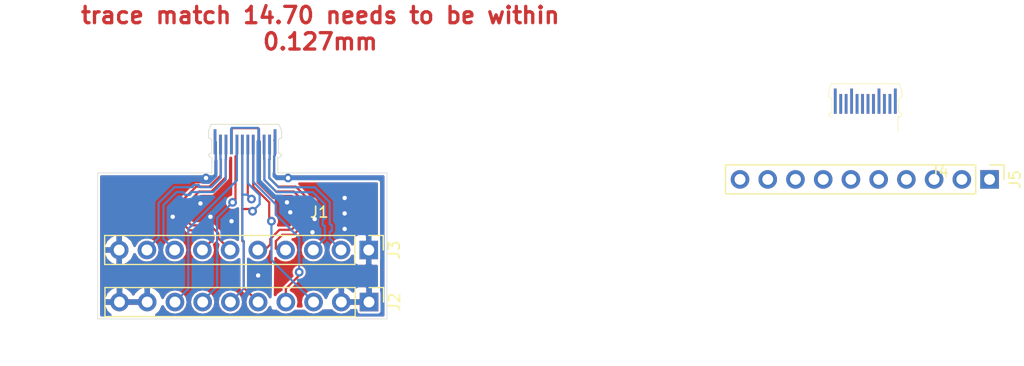
<source format=kicad_pcb>
(kicad_pcb (version 20171130) (host pcbnew "(5.0.0)")

  (general
    (thickness 0.6)
    (drawings 32)
    (tracks 341)
    (zones 0)
    (modules 5)
    (nets 17)
  )

  (page A4)
  (layers
    (0 F.Cu signal)
    (31 B.Cu signal)
    (32 B.Adhes user)
    (33 F.Adhes user)
    (34 B.Paste user)
    (35 F.Paste user)
    (36 B.SilkS user)
    (37 F.SilkS user)
    (38 B.Mask user)
    (39 F.Mask user)
    (40 Dwgs.User user)
    (41 Cmts.User user)
    (42 Eco1.User user)
    (43 Eco2.User user)
    (44 Edge.Cuts user)
    (45 Margin user)
    (46 B.CrtYd user)
    (47 F.CrtYd user)
    (48 B.Fab user)
    (49 F.Fab user)
  )

  (setup
    (last_trace_width 0.2)
    (trace_clearance 0.2)
    (zone_clearance 0.2)
    (zone_45_only no)
    (trace_min 0.2)
    (segment_width 0.2)
    (edge_width 0.05)
    (via_size 0.8)
    (via_drill 0.4)
    (via_min_size 0.4)
    (via_min_drill 0.3)
    (uvia_size 0.3)
    (uvia_drill 0.1)
    (uvias_allowed no)
    (uvia_min_size 0.2)
    (uvia_min_drill 0.1)
    (pcb_text_width 0.3)
    (pcb_text_size 1.5 1.5)
    (mod_edge_width 0.15)
    (mod_text_size 1 1)
    (mod_text_width 0.15)
    (pad_size 1.524 1.524)
    (pad_drill 0.762)
    (pad_to_mask_clearance 0.2)
    (aux_axis_origin 0 0)
    (visible_elements 7FFFFFFF)
    (pcbplotparams
      (layerselection 0x010fc_ffffffff)
      (usegerberextensions false)
      (usegerberattributes false)
      (usegerberadvancedattributes false)
      (creategerberjobfile false)
      (excludeedgelayer true)
      (linewidth 0.100000)
      (plotframeref false)
      (viasonmask false)
      (mode 1)
      (useauxorigin false)
      (hpglpennumber 1)
      (hpglpenspeed 20)
      (hpglpendiameter 15.000000)
      (psnegative false)
      (psa4output false)
      (plotreference true)
      (plotvalue true)
      (plotinvisibletext false)
      (padsonsilk false)
      (subtractmaskfromsilk false)
      (outputformat 1)
      (mirror false)
      (drillshape 1)
      (scaleselection 1)
      (outputdirectory ""))
  )

  (net 0 "")
  (net 1 GND)
  (net 2 /USBD+)
  (net 3 /CC1)
  (net 4 VBUS)
  (net 5 /TX1-)
  (net 6 /TX1+)
  (net 7 /RX2-)
  (net 8 /SBUS1)
  (net 9 /RX2+)
  (net 10 /USBD-)
  (net 11 /RX1+)
  (net 12 /SBUS2)
  (net 13 /RX1-)
  (net 14 /TX2-)
  (net 15 /CC2)
  (net 16 /TX2+)

  (net_class Default "This is the default net class."
    (clearance 0.2)
    (trace_width 0.2)
    (via_dia 0.8)
    (via_drill 0.4)
    (uvia_dia 0.3)
    (uvia_drill 0.1)
    (add_net /CC1)
    (add_net /CC2)
    (add_net /RX1+)
    (add_net /RX1-)
    (add_net /RX2+)
    (add_net /RX2-)
    (add_net /SBUS1)
    (add_net /SBUS2)
    (add_net /TX1+)
    (add_net /TX1-)
    (add_net /TX2+)
    (add_net /TX2-)
    (add_net /USBD+)
    (add_net /USBD-)
    (add_net GND)
    (add_net VBUS)
  )

  (module Connector_PinHeader_2.54mm:PinHeader_1x10_P2.54mm_Vertical (layer F.Cu) (tedit 59FED5CC) (tstamp 5F33CF92)
    (at 162.33 100.076 270)
    (descr "Through hole straight pin header, 1x10, 2.54mm pitch, single row")
    (tags "Through hole pin header THT 1x10 2.54mm single row")
    (path /5F197AB4)
    (fp_text reference J3 (at 0 -2.33 270) (layer F.SilkS)
      (effects (font (size 1 1) (thickness 0.15)))
    )
    (fp_text value Conn_01x10_Male (at 3.124 30.63 270) (layer F.Fab)
      (effects (font (size 1 1) (thickness 0.15)))
    )
    (fp_text user %R (at 0 11.43) (layer F.Fab)
      (effects (font (size 1 1) (thickness 0.15)))
    )
    (fp_line (start 1.8 -1.8) (end -1.8 -1.8) (layer F.CrtYd) (width 0.05))
    (fp_line (start 1.8 24.65) (end 1.8 -1.8) (layer F.CrtYd) (width 0.05))
    (fp_line (start -1.8 24.65) (end 1.8 24.65) (layer F.CrtYd) (width 0.05))
    (fp_line (start -1.8 -1.8) (end -1.8 24.65) (layer F.CrtYd) (width 0.05))
    (fp_line (start -1.33 -1.33) (end 0 -1.33) (layer F.SilkS) (width 0.12))
    (fp_line (start -1.33 0) (end -1.33 -1.33) (layer F.SilkS) (width 0.12))
    (fp_line (start -1.33 1.27) (end 1.33 1.27) (layer F.SilkS) (width 0.12))
    (fp_line (start 1.33 1.27) (end 1.33 24.19) (layer F.SilkS) (width 0.12))
    (fp_line (start -1.33 1.27) (end -1.33 24.19) (layer F.SilkS) (width 0.12))
    (fp_line (start -1.33 24.19) (end 1.33 24.19) (layer F.SilkS) (width 0.12))
    (fp_line (start -1.27 -0.635) (end -0.635 -1.27) (layer F.Fab) (width 0.1))
    (fp_line (start -1.27 24.13) (end -1.27 -0.635) (layer F.Fab) (width 0.1))
    (fp_line (start 1.27 24.13) (end -1.27 24.13) (layer F.Fab) (width 0.1))
    (fp_line (start 1.27 -1.27) (end 1.27 24.13) (layer F.Fab) (width 0.1))
    (fp_line (start -0.635 -1.27) (end 1.27 -1.27) (layer F.Fab) (width 0.1))
    (pad 10 thru_hole oval (at 0 22.86 270) (size 1.7 1.7) (drill 1) (layers *.Cu *.Mask)
      (net 1 GND))
    (pad 9 thru_hole oval (at 0 20.32 270) (size 1.7 1.7) (drill 1) (layers *.Cu *.Mask)
      (net 16 /TX2+))
    (pad 8 thru_hole oval (at 0 17.78 270) (size 1.7 1.7) (drill 1) (layers *.Cu *.Mask)
      (net 14 /TX2-))
    (pad 7 thru_hole oval (at 0 15.24 270) (size 1.7 1.7) (drill 1) (layers *.Cu *.Mask)
      (net 9 /RX2+))
    (pad 6 thru_hole oval (at 0 12.7 270) (size 1.7 1.7) (drill 1) (layers *.Cu *.Mask)
      (net 7 /RX2-))
    (pad 5 thru_hole oval (at 0 10.16 270) (size 1.7 1.7) (drill 1) (layers *.Cu *.Mask)
      (net 5 /TX1-))
    (pad 4 thru_hole oval (at 0 7.62 270) (size 1.7 1.7) (drill 1) (layers *.Cu *.Mask)
      (net 6 /TX1+))
    (pad 3 thru_hole oval (at 0 5.08 270) (size 1.7 1.7) (drill 1) (layers *.Cu *.Mask)
      (net 13 /RX1-))
    (pad 2 thru_hole oval (at 0 2.54 270) (size 1.7 1.7) (drill 1) (layers *.Cu *.Mask)
      (net 11 /RX1+))
    (pad 1 thru_hole rect (at 0 0 270) (size 1.7 1.7) (drill 1) (layers *.Cu *.Mask)
      (net 4 VBUS))
    (model ${KISYS3DMOD}/Connector_PinHeader_2.54mm.3dshapes/PinHeader_1x10_P2.54mm_Vertical.wrl
      (at (xyz 0 0 0))
      (scale (xyz 1 1 1))
      (rotate (xyz 0 0 0))
    )
  )

  (module Connector_PinHeader_2.54mm:PinHeader_1x10_P2.54mm_Vertical (layer F.Cu) (tedit 59FED5CC) (tstamp 5F33CF58)
    (at 162.3568 104.8512 270)
    (descr "Through hole straight pin header, 1x10, 2.54mm pitch, single row")
    (tags "Through hole pin header THT 1x10 2.54mm single row")
    (path /5F196B4D)
    (fp_text reference J2 (at 0 -2.33 270) (layer F.SilkS)
      (effects (font (size 1 1) (thickness 0.15)))
    )
    (fp_text value Conn_01x10_Male (at -0.9512 32.9568 270) (layer F.Fab)
      (effects (font (size 1 1) (thickness 0.15)))
    )
    (fp_line (start -0.635 -1.27) (end 1.27 -1.27) (layer F.Fab) (width 0.1))
    (fp_line (start 1.27 -1.27) (end 1.27 24.13) (layer F.Fab) (width 0.1))
    (fp_line (start 1.27 24.13) (end -1.27 24.13) (layer F.Fab) (width 0.1))
    (fp_line (start -1.27 24.13) (end -1.27 -0.635) (layer F.Fab) (width 0.1))
    (fp_line (start -1.27 -0.635) (end -0.635 -1.27) (layer F.Fab) (width 0.1))
    (fp_line (start -1.33 24.19) (end 1.33 24.19) (layer F.SilkS) (width 0.12))
    (fp_line (start -1.33 1.27) (end -1.33 24.19) (layer F.SilkS) (width 0.12))
    (fp_line (start 1.33 1.27) (end 1.33 24.19) (layer F.SilkS) (width 0.12))
    (fp_line (start -1.33 1.27) (end 1.33 1.27) (layer F.SilkS) (width 0.12))
    (fp_line (start -1.33 0) (end -1.33 -1.33) (layer F.SilkS) (width 0.12))
    (fp_line (start -1.33 -1.33) (end 0 -1.33) (layer F.SilkS) (width 0.12))
    (fp_line (start -1.8 -1.8) (end -1.8 24.65) (layer F.CrtYd) (width 0.05))
    (fp_line (start -1.8 24.65) (end 1.8 24.65) (layer F.CrtYd) (width 0.05))
    (fp_line (start 1.8 24.65) (end 1.8 -1.8) (layer F.CrtYd) (width 0.05))
    (fp_line (start 1.8 -1.8) (end -1.8 -1.8) (layer F.CrtYd) (width 0.05))
    (fp_text user %R (at 0 11.43) (layer F.Fab)
      (effects (font (size 1 1) (thickness 0.15)))
    )
    (pad 1 thru_hole rect (at 0 0 270) (size 1.7 1.7) (drill 1) (layers *.Cu *.Mask)
      (net 4 VBUS))
    (pad 2 thru_hole oval (at 0 2.54 270) (size 1.7 1.7) (drill 1) (layers *.Cu *.Mask)
      (net 4 VBUS))
    (pad 3 thru_hole oval (at 0 5.08 270) (size 1.7 1.7) (drill 1) (layers *.Cu *.Mask)
      (net 3 /CC1))
    (pad 4 thru_hole oval (at 0 7.62 270) (size 1.7 1.7) (drill 1) (layers *.Cu *.Mask)
      (net 12 /SBUS2))
    (pad 5 thru_hole oval (at 0 10.16 270) (size 1.7 1.7) (drill 1) (layers *.Cu *.Mask)
      (net 10 /USBD-))
    (pad 6 thru_hole oval (at 0 12.7 270) (size 1.7 1.7) (drill 1) (layers *.Cu *.Mask)
      (net 2 /USBD+))
    (pad 7 thru_hole oval (at 0 15.24 270) (size 1.7 1.7) (drill 1) (layers *.Cu *.Mask)
      (net 8 /SBUS1))
    (pad 8 thru_hole oval (at 0 17.78 270) (size 1.7 1.7) (drill 1) (layers *.Cu *.Mask)
      (net 15 /CC2))
    (pad 9 thru_hole oval (at 0 20.32 270) (size 1.7 1.7) (drill 1) (layers *.Cu *.Mask)
      (net 1 GND))
    (pad 10 thru_hole oval (at 0 22.86 270) (size 1.7 1.7) (drill 1) (layers *.Cu *.Mask)
      (net 1 GND))
    (model ${KISYS3DMOD}/Connector_PinHeader_2.54mm.3dshapes/PinHeader_1x10_P2.54mm_Vertical.wrl
      (at (xyz 0 0 0))
      (scale (xyz 1 1 1))
      (rotate (xyz 0 0 0))
    )
  )

  (module footprint:usb-c-pcb (layer F.Cu) (tedit 5F182D8E) (tstamp 5F194F7D)
    (at 151 93)
    (path /5F182E8D)
    (fp_text reference J1 (at 6.8 3.6) (layer F.SilkS)
      (effects (font (size 1 1) (thickness 0.15)))
    )
    (fp_text value USB_C_Receptacle (at -0.3 -8.6) (layer F.Fab)
      (effects (font (size 1 1) (thickness 0.15)))
    )
    (fp_line (start -3.095 -4.45) (end 3.095 -4.45) (layer F.SilkS) (width 0.05))
    (fp_line (start -3 0) (end 3 0) (layer B.Paste) (width 0.05))
    (fp_line (start 3 0) (end 3 -1.5) (layer F.SilkS) (width 0.05))
    (fp_line (start 3 -1.5) (end -3 -1.5) (layer B.Paste) (width 0.05))
    (fp_line (start -3 -1.5) (end -3 0) (layer B.Paste) (width 0.05))
    (fp_line (start -3.11 -4.45) (end -3.34 -3.85) (layer F.SilkS) (width 0.05))
    (fp_line (start 3.1 -4.45) (end 3.35 -3.85) (layer F.SilkS) (width 0.05))
    (fp_arc (start 3.34 -2.9) (end 3.35 -3.2) (angle -91.90915243) (layer F.SilkS) (width 0.05))
    (fp_arc (start 3.34 -2) (end 3.04 -2) (angle -90) (layer F.SilkS) (width 0.05))
    (fp_line (start 3.35 -3.85) (end 3.35 -3.2) (layer F.SilkS) (width 0.05))
    (fp_line (start -3.34 -3.85) (end -3.34 -3.2) (layer F.SilkS) (width 0.05))
    (fp_arc (start -3.34 -2.9) (end -3.04 -2.9) (angle -90) (layer F.SilkS) (width 0.05))
    (fp_arc (start -3.34 -2) (end -3.34 -1.7) (angle -90) (layer F.SilkS) (width 0.05))
    (fp_line (start -3.04 -2.9) (end -3.04 -2) (layer F.SilkS) (width 0.05))
    (fp_line (start 3.04 -2.9) (end 3.04 -1.99) (layer F.SilkS) (width 0.05))
    (fp_arc (start 3.02 -1.7) (end 3.02 -1.38) (angle -90) (layer F.SilkS) (width 0.05))
    (fp_arc (start -3.02 -1.7) (end -3.34 -1.7) (angle -90) (layer F.SilkS) (width 0.05))
    (pad A1 smd rect (at 2.75 -2.85) (size 0.25 2.3) (layers F.Cu F.Paste F.Mask)
      (net 1 GND))
    (pad A6 smd rect (at 0.25 -2.6) (size 0.25 1.8) (layers F.Cu F.Paste F.Mask)
      (net 2 /USBD+))
    (pad A5 smd rect (at 0.75 -2.6) (size 0.25 1.8) (layers F.Cu F.Paste F.Mask)
      (net 3 /CC1))
    (pad A4 smd rect (at 1.25 -2.85) (size 0.25 2.3) (layers F.Cu F.Paste F.Mask)
      (net 4 VBUS))
    (pad A3 smd rect (at 1.75 -2.6) (size 0.25 1.8) (layers F.Cu F.Paste F.Mask)
      (net 5 /TX1-))
    (pad A2 smd rect (at 2.25 -2.6) (size 0.25 1.8) (layers F.Cu F.Paste F.Mask)
      (net 6 /TX1+))
    (pad A9 smd rect (at -1.25 -2.85) (size 0.25 2.3) (layers F.Cu F.Paste F.Mask)
      (net 4 VBUS))
    (pad A10 smd rect (at -1.75 -2.6) (size 0.25 1.8) (layers F.Cu F.Paste F.Mask)
      (net 7 /RX2-))
    (pad A8 smd rect (at -0.75 -2.6) (size 0.25 1.8) (layers F.Cu F.Paste F.Mask)
      (net 8 /SBUS1))
    (pad A12 smd rect (at -2.75 -2.85) (size 0.25 2.3) (layers F.Cu F.Paste F.Mask)
      (net 1 GND))
    (pad A11 smd rect (at -2.25 -2.6) (size 0.25 1.8) (layers F.Cu F.Paste F.Mask)
      (net 9 /RX2+))
    (pad A7 smd rect (at -0.25 -2.6) (size 0.25 1.8) (layers F.Cu F.Paste F.Mask)
      (net 10 /USBD-))
    (pad B1 smd rect (at -2.75 -2.85 180) (size 0.25 2.3) (layers B.Cu B.Paste B.Mask)
      (net 1 GND))
    (pad B11 smd rect (at 2.25 -2.6 180) (size 0.25 1.8) (layers B.Cu B.Paste B.Mask)
      (net 11 /RX1+))
    (pad B9 smd rect (at 1.25 -2.85 180) (size 0.25 2.3) (layers B.Cu B.Paste B.Mask)
      (net 4 VBUS))
    (pad B8 smd rect (at 0.75 -2.6 180) (size 0.25 1.8) (layers B.Cu B.Paste B.Mask)
      (net 12 /SBUS2))
    (pad B10 smd rect (at 1.75 -2.6 180) (size 0.25 1.8) (layers B.Cu B.Paste B.Mask)
      (net 13 /RX1-))
    (pad B3 smd rect (at -1.75 -2.6 180) (size 0.25 1.8) (layers B.Cu B.Paste B.Mask)
      (net 14 /TX2-))
    (pad B6 smd rect (at -0.25 -2.6 180) (size 0.25 1.8) (layers B.Cu B.Paste B.Mask)
      (net 2 /USBD+))
    (pad B4 smd rect (at -1.25 -2.85 180) (size 0.25 2.3) (layers B.Cu B.Paste B.Mask)
      (net 4 VBUS))
    (pad B5 smd rect (at -0.75 -2.6 180) (size 0.25 1.8) (layers B.Cu B.Paste B.Mask)
      (net 15 /CC2))
    (pad B2 smd rect (at -2.25 -2.6 180) (size 0.25 1.8) (layers B.Cu B.Paste B.Mask)
      (net 16 /TX2+))
    (pad B12 smd rect (at 2.75 -2.85 180) (size 0.25 2.3) (layers B.Cu B.Paste B.Mask)
      (net 1 GND))
    (pad B7 smd rect (at 0.25 -2.6 180) (size 0.25 1.8) (layers B.Cu B.Paste B.Mask)
      (net 10 /USBD-))
  )

  (module footprint:usb-c-pcb (layer F.Cu) (tedit 5F182D8E) (tstamp 5F273C7A)
    (at 207.815001 89.275001)
    (path /5F197332)
    (fp_text reference J4 (at 6.8 3.6) (layer F.SilkS)
      (effects (font (size 1 1) (thickness 0.15)))
    )
    (fp_text value USB_C_Receptacle (at -0.3 -8.6) (layer F.Fab)
      (effects (font (size 1 1) (thickness 0.15)))
    )
    (fp_line (start -3.095 -4.45) (end 3.095 -4.45) (layer F.SilkS) (width 0.05))
    (fp_line (start -3 0) (end 3 0) (layer B.Paste) (width 0.05))
    (fp_line (start 3 0) (end 3 -1.5) (layer F.SilkS) (width 0.05))
    (fp_line (start 3 -1.5) (end -3 -1.5) (layer B.Paste) (width 0.05))
    (fp_line (start -3 -1.5) (end -3 0) (layer B.Paste) (width 0.05))
    (fp_line (start -3.11 -4.45) (end -3.34 -3.85) (layer F.SilkS) (width 0.05))
    (fp_line (start 3.1 -4.45) (end 3.35 -3.85) (layer F.SilkS) (width 0.05))
    (fp_arc (start 3.34 -2.9) (end 3.35 -3.2) (angle -91.90915243) (layer F.SilkS) (width 0.05))
    (fp_arc (start 3.34 -2) (end 3.04 -2) (angle -90) (layer F.SilkS) (width 0.05))
    (fp_line (start 3.35 -3.85) (end 3.35 -3.2) (layer F.SilkS) (width 0.05))
    (fp_line (start -3.34 -3.85) (end -3.34 -3.2) (layer F.SilkS) (width 0.05))
    (fp_arc (start -3.34 -2.9) (end -3.04 -2.9) (angle -90) (layer F.SilkS) (width 0.05))
    (fp_arc (start -3.34 -2) (end -3.34 -1.7) (angle -90) (layer F.SilkS) (width 0.05))
    (fp_line (start -3.04 -2.9) (end -3.04 -2) (layer F.SilkS) (width 0.05))
    (fp_line (start 3.04 -2.9) (end 3.04 -1.99) (layer F.SilkS) (width 0.05))
    (fp_arc (start 3.02 -1.7) (end 3.02 -1.38) (angle -90) (layer F.SilkS) (width 0.05))
    (fp_arc (start -3.02 -1.7) (end -3.34 -1.7) (angle -90) (layer F.SilkS) (width 0.05))
    (pad A1 smd rect (at 2.75 -2.85) (size 0.25 2.3) (layers F.Cu F.Paste F.Mask)
      (net 1 GND))
    (pad A6 smd rect (at 0.25 -2.6) (size 0.25 1.8) (layers F.Cu F.Paste F.Mask)
      (net 2 /USBD+))
    (pad A5 smd rect (at 0.75 -2.6) (size 0.25 1.8) (layers F.Cu F.Paste F.Mask)
      (net 3 /CC1))
    (pad A4 smd rect (at 1.25 -2.85) (size 0.25 2.3) (layers F.Cu F.Paste F.Mask)
      (net 4 VBUS))
    (pad A3 smd rect (at 1.75 -2.6) (size 0.25 1.8) (layers F.Cu F.Paste F.Mask))
    (pad A2 smd rect (at 2.25 -2.6) (size 0.25 1.8) (layers F.Cu F.Paste F.Mask))
    (pad A9 smd rect (at -1.25 -2.85) (size 0.25 2.3) (layers F.Cu F.Paste F.Mask)
      (net 4 VBUS))
    (pad A10 smd rect (at -1.75 -2.6) (size 0.25 1.8) (layers F.Cu F.Paste F.Mask))
    (pad A8 smd rect (at -0.75 -2.6) (size 0.25 1.8) (layers F.Cu F.Paste F.Mask)
      (net 8 /SBUS1))
    (pad A12 smd rect (at -2.75 -2.85) (size 0.25 2.3) (layers F.Cu F.Paste F.Mask)
      (net 1 GND))
    (pad A11 smd rect (at -2.25 -2.6) (size 0.25 1.8) (layers F.Cu F.Paste F.Mask))
    (pad A7 smd rect (at -0.25 -2.6) (size 0.25 1.8) (layers F.Cu F.Paste F.Mask)
      (net 10 /USBD-))
    (pad B1 smd rect (at -2.75 -2.85 180) (size 0.25 2.3) (layers B.Cu B.Paste B.Mask)
      (net 1 GND))
    (pad B11 smd rect (at 2.25 -2.6 180) (size 0.25 1.8) (layers B.Cu B.Paste B.Mask))
    (pad B9 smd rect (at 1.25 -2.85 180) (size 0.25 2.3) (layers B.Cu B.Paste B.Mask)
      (net 4 VBUS))
    (pad B8 smd rect (at 0.75 -2.6 180) (size 0.25 1.8) (layers B.Cu B.Paste B.Mask)
      (net 12 /SBUS2))
    (pad B10 smd rect (at 1.75 -2.6 180) (size 0.25 1.8) (layers B.Cu B.Paste B.Mask))
    (pad B3 smd rect (at -1.75 -2.6 180) (size 0.25 1.8) (layers B.Cu B.Paste B.Mask))
    (pad B6 smd rect (at -0.25 -2.6 180) (size 0.25 1.8) (layers B.Cu B.Paste B.Mask)
      (net 2 /USBD+))
    (pad B4 smd rect (at -1.25 -2.85 180) (size 0.25 2.3) (layers B.Cu B.Paste B.Mask)
      (net 4 VBUS))
    (pad B5 smd rect (at -0.75 -2.6 180) (size 0.25 1.8) (layers B.Cu B.Paste B.Mask)
      (net 15 /CC2))
    (pad B2 smd rect (at -2.25 -2.6 180) (size 0.25 1.8) (layers B.Cu B.Paste B.Mask))
    (pad B12 smd rect (at 2.75 -2.85 180) (size 0.25 2.3) (layers B.Cu B.Paste B.Mask)
      (net 1 GND))
    (pad B7 smd rect (at 0.25 -2.6 180) (size 0.25 1.8) (layers B.Cu B.Paste B.Mask)
      (net 10 /USBD-))
  )

  (module Connector_PinHeader_2.54mm:PinHeader_1x10_P2.54mm_Vertical (layer F.Cu) (tedit 59FED5CC) (tstamp 5F273C98)
    (at 219.2 93.6 270)
    (descr "Through hole straight pin header, 1x10, 2.54mm pitch, single row")
    (tags "Through hole pin header THT 1x10 2.54mm single row")
    (path /5F195A1E)
    (fp_text reference J5 (at 0 -2.33 270) (layer F.SilkS)
      (effects (font (size 1 1) (thickness 0.15)))
    )
    (fp_text value Conn_01x10_Male (at 0 25.19 270) (layer F.Fab)
      (effects (font (size 1 1) (thickness 0.15)))
    )
    (fp_line (start -0.635 -1.27) (end 1.27 -1.27) (layer F.Fab) (width 0.1))
    (fp_line (start 1.27 -1.27) (end 1.27 24.13) (layer F.Fab) (width 0.1))
    (fp_line (start 1.27 24.13) (end -1.27 24.13) (layer F.Fab) (width 0.1))
    (fp_line (start -1.27 24.13) (end -1.27 -0.635) (layer F.Fab) (width 0.1))
    (fp_line (start -1.27 -0.635) (end -0.635 -1.27) (layer F.Fab) (width 0.1))
    (fp_line (start -1.33 24.19) (end 1.33 24.19) (layer F.SilkS) (width 0.12))
    (fp_line (start -1.33 1.27) (end -1.33 24.19) (layer F.SilkS) (width 0.12))
    (fp_line (start 1.33 1.27) (end 1.33 24.19) (layer F.SilkS) (width 0.12))
    (fp_line (start -1.33 1.27) (end 1.33 1.27) (layer F.SilkS) (width 0.12))
    (fp_line (start -1.33 0) (end -1.33 -1.33) (layer F.SilkS) (width 0.12))
    (fp_line (start -1.33 -1.33) (end 0 -1.33) (layer F.SilkS) (width 0.12))
    (fp_line (start -1.8 -1.8) (end -1.8 24.65) (layer F.CrtYd) (width 0.05))
    (fp_line (start -1.8 24.65) (end 1.8 24.65) (layer F.CrtYd) (width 0.05))
    (fp_line (start 1.8 24.65) (end 1.8 -1.8) (layer F.CrtYd) (width 0.05))
    (fp_line (start 1.8 -1.8) (end -1.8 -1.8) (layer F.CrtYd) (width 0.05))
    (fp_text user %R (at 0 11.43) (layer F.Fab)
      (effects (font (size 1 1) (thickness 0.15)))
    )
    (pad 1 thru_hole rect (at 0 0 270) (size 1.7 1.7) (drill 1) (layers *.Cu *.Mask)
      (net 4 VBUS))
    (pad 2 thru_hole oval (at 0 2.54 270) (size 1.7 1.7) (drill 1) (layers *.Cu *.Mask)
      (net 4 VBUS))
    (pad 3 thru_hole oval (at 0 5.08 270) (size 1.7 1.7) (drill 1) (layers *.Cu *.Mask)
      (net 3 /CC1))
    (pad 4 thru_hole oval (at 0 7.62 270) (size 1.7 1.7) (drill 1) (layers *.Cu *.Mask)
      (net 12 /SBUS2))
    (pad 5 thru_hole oval (at 0 10.16 270) (size 1.7 1.7) (drill 1) (layers *.Cu *.Mask)
      (net 10 /USBD-))
    (pad 6 thru_hole oval (at 0 12.7 270) (size 1.7 1.7) (drill 1) (layers *.Cu *.Mask)
      (net 2 /USBD+))
    (pad 7 thru_hole oval (at 0 15.24 270) (size 1.7 1.7) (drill 1) (layers *.Cu *.Mask)
      (net 8 /SBUS1))
    (pad 8 thru_hole oval (at 0 17.78 270) (size 1.7 1.7) (drill 1) (layers *.Cu *.Mask)
      (net 15 /CC2))
    (pad 9 thru_hole oval (at 0 20.32 270) (size 1.7 1.7) (drill 1) (layers *.Cu *.Mask)
      (net 1 GND))
    (pad 10 thru_hole oval (at 0 22.86 270) (size 1.7 1.7) (drill 1) (layers *.Cu *.Mask)
      (net 1 GND))
    (model ${KISYS3DMOD}/Connector_PinHeader_2.54mm.3dshapes/PinHeader_1x10_P2.54mm_Vertical.wrl
      (at (xyz 0 0 0))
      (scale (xyz 1 1 1))
      (rotate (xyz 0 0 0))
    )
  )

  (dimension 26.5 (width 0.3) (layer F.Fab)
    (gr_text "26.500 mm" (at 150.75 112.1) (layer F.Fab)
      (effects (font (size 1.5 1.5) (thickness 0.3)))
    )
    (feature1 (pts (xy 164 106.4) (xy 164 110.586421)))
    (feature2 (pts (xy 137.5 106.4) (xy 137.5 110.586421)))
    (crossbar (pts (xy 137.5 110) (xy 164 110)))
    (arrow1a (pts (xy 164 110) (xy 162.873496 110.586421)))
    (arrow1b (pts (xy 164 110) (xy 162.873496 109.413579)))
    (arrow2a (pts (xy 137.5 110) (xy 138.626504 110.586421)))
    (arrow2b (pts (xy 137.5 110) (xy 138.626504 109.413579)))
  )
  (dimension 13.4 (width 0.3) (layer F.Fab)
    (gr_text "13.400 mm" (at 172.2 99.7 90) (layer F.Fab)
      (effects (font (size 1.5 1.5) (thickness 0.3)))
    )
    (feature1 (pts (xy 164 93) (xy 170.686421 93)))
    (feature2 (pts (xy 164 106.4) (xy 170.686421 106.4)))
    (crossbar (pts (xy 170.1 106.4) (xy 170.1 93)))
    (arrow1a (pts (xy 170.1 93) (xy 170.686421 94.126504)))
    (arrow1b (pts (xy 170.1 93) (xy 169.513579 94.126504)))
    (arrow2a (pts (xy 170.1 106.4) (xy 170.686421 105.273496)))
    (arrow2b (pts (xy 170.1 106.4) (xy 169.513579 105.273496)))
  )
  (gr_line (start 137.5 93) (end 147.2 93) (layer Edge.Cuts) (width 0.05))
  (gr_line (start 137.5 106.4) (end 137.5 93) (layer Edge.Cuts) (width 0.05))
  (gr_line (start 159.2 106.4) (end 137.5 106.4) (layer Edge.Cuts) (width 0.05))
  (gr_line (start 164 106.4) (end 159.2 106.4) (layer Edge.Cuts) (width 0.05))
  (gr_line (start 164 105.4) (end 164 106.4) (layer Edge.Cuts) (width 0.05))
  (gr_line (start 164 101.6) (end 164 105.4) (layer Edge.Cuts) (width 0.05))
  (gr_line (start 164 93) (end 164 101.6) (layer Edge.Cuts) (width 0.05))
  (gr_line (start 155 93) (end 164 93) (layer Edge.Cuts) (width 0.05))
  (gr_text "trace match 14.70 needs to be within\n0.127mm\n" (at 157.8864 79.756) (layer F.Cu)
    (effects (font (size 1.5 1.5) (thickness 0.3)))
  )
  (gr_line (start 154.9 93) (end 155 93) (layer Edge.Cuts) (width 0.05))
  (gr_line (start 154.8 93) (end 154.9 93) (layer Edge.Cuts) (width 0.05))
  (gr_line (start 147.96 90.1) (end 147.96 91) (layer Edge.Cuts) (width 0.05))
  (gr_line (start 154.05 91.6) (end 154 91.6) (layer Edge.Cuts) (width 0.05))
  (gr_line (start 154.05 90.1) (end 154.05 91) (layer Edge.Cuts) (width 0.05))
  (gr_arc (start 154.05 91.3) (end 154.05 91.6) (angle -90) (layer Edge.Cuts) (width 0.05) (tstamp 5F2637EA))
  (gr_arc (start 154.35 90.1) (end 154.35 89.8) (angle -90) (layer Edge.Cuts) (width 0.05) (tstamp 5F2637E2))
  (gr_arc (start 154.35 91) (end 154.05 91) (angle -90) (layer Edge.Cuts) (width 0.05) (tstamp 5F2637E0))
  (gr_arc (start 147.96 91.3) (end 147.66 91.3) (angle -90) (layer Edge.Cuts) (width 0.05) (tstamp 5F2637DB))
  (gr_arc (start 147.66 91) (end 147.66 91.3) (angle -90) (layer Edge.Cuts) (width 0.05) (tstamp 5F2637D6))
  (gr_arc (start 147.66 90.1) (end 147.96 90.1) (angle -90) (layer Edge.Cuts) (width 0.05))
  (gr_line (start 147.96 93) (end 147.2 93) (layer Edge.Cuts) (width 0.05))
  (gr_line (start 147.96 91.6) (end 147.96 93) (layer Edge.Cuts) (width 0.05))
  (gr_line (start 147.66 89.15) (end 147.66 89.8) (layer Edge.Cuts) (width 0.05))
  (gr_line (start 147.89 88.55) (end 147.66 89.15) (layer Edge.Cuts) (width 0.05))
  (gr_line (start 147.9 88.55) (end 147.89 88.55) (layer Edge.Cuts) (width 0.05))
  (gr_line (start 154.1 88.55) (end 147.89 88.55) (layer Edge.Cuts) (width 0.05))
  (gr_line (start 154 93) (end 154.8 93) (layer Edge.Cuts) (width 0.05))
  (gr_line (start 154 91.6) (end 154 93) (layer Edge.Cuts) (width 0.05))
  (gr_line (start 154.35 89.15) (end 154.35 89.8) (layer Edge.Cuts) (width 0.05))
  (gr_line (start 154.1 88.55) (end 154.35 89.15) (layer Edge.Cuts) (width 0.05))

  (segment (start 153.72499 91.415377) (end 153.72499 90.15) (width 0.2) (layer B.Cu) (net 1))
  (segment (start 153.66 92.45) (end 153.66 91.480367) (width 0.2) (layer B.Cu) (net 1))
  (segment (start 153.66 91.480367) (end 153.72499 91.415377) (width 0.2) (layer B.Cu) (net 1))
  (segment (start 153.66 92.45) (end 153.66 93.15) (width 0.2) (layer B.Cu) (net 1))
  (segment (start 153.66 93.15) (end 153.92 93.41) (width 0.2) (layer B.Cu) (net 1))
  (segment (start 153.92 93.41) (end 154.3 93.41) (width 0.2) (layer B.Cu) (net 1))
  (segment (start 153.72499 91.415377) (end 153.72499 90.15) (width 0.2) (layer F.Cu) (net 1))
  (segment (start 153.66 91.480367) (end 153.72499 91.415377) (width 0.2) (layer F.Cu) (net 1))
  (segment (start 153.66 92.99) (end 153.66 93.17) (width 0.2) (layer F.Cu) (net 1))
  (segment (start 153.66 92.99) (end 153.66 91.480367) (width 0.2) (layer F.Cu) (net 1))
  (segment (start 148.28501 90.15) (end 148.29 90.15499) (width 0.2) (layer F.Cu) (net 1))
  (segment (start 147.9296 93.3704) (end 148.049233 93.3704) (width 0.2) (layer F.Cu) (net 1))
  (segment (start 148.336 91.79579) (end 148.324999 91.784789) (width 0.2) (layer F.Cu) (net 1))
  (segment (start 148.336 93.083633) (end 148.336 91.79579) (width 0.2) (layer F.Cu) (net 1))
  (segment (start 148.324999 91.784789) (end 148.324999 90.189989) (width 0.2) (layer F.Cu) (net 1))
  (segment (start 148.049233 93.3704) (end 148.336 93.083633) (width 0.2) (layer F.Cu) (net 1))
  (segment (start 148.324999 90.189989) (end 148.28501 90.15) (width 0.2) (layer F.Cu) (net 1))
  (segment (start 148.28501 90.15) (end 148.3 90.16499) (width 0.2) (layer B.Cu) (net 1))
  (segment (start 148.324999 90.189989) (end 148.28501 90.15) (width 0.2) (layer B.Cu) (net 1))
  (segment (start 148.324999 91.784789) (end 148.324999 90.189989) (width 0.2) (layer B.Cu) (net 1))
  (segment (start 148.336 91.44) (end 148.336 91.79579) (width 0.2) (layer B.Cu) (net 1))
  (segment (start 148.336 91.79579) (end 148.324999 91.784789) (width 0.2) (layer B.Cu) (net 1))
  (segment (start 148.336 91.79579) (end 148.336 92.7608) (width 0.2) (layer B.Cu) (net 1))
  (via (at 147.4216 93.472) (size 0.8) (drill 0.4) (layers F.Cu B.Cu) (net 1))
  (via (at 154.94 93.472) (size 0.8) (drill 0.4) (layers F.Cu B.Cu) (net 1))
  (via (at 146.9136 95.8088) (size 0.8) (drill 0.4) (layers F.Cu B.Cu) (net 1) (tstamp 5F194B17))
  (via (at 147.828 97.028) (size 0.8) (drill 0.4) (layers F.Cu B.Cu) (net 1) (tstamp 5F194B19))
  (via (at 149.7584 97.4344) (size 0.8) (drill 0.4) (layers F.Cu B.Cu) (net 1) (tstamp 5F194B1C))
  (via (at 144.3736 97.028) (size 0.8) (drill 0.4) (layers F.Cu B.Cu) (net 1) (tstamp 5F194B26))
  (via (at 152.1968 102.4128) (size 0.8) (drill 0.4) (layers F.Cu B.Cu) (net 1) (tstamp 5F194B40))
  (segment (start 150.75 99.1372) (end 150.876 99.2632) (width 0.2) (layer B.Cu) (net 2))
  (segment (start 150.876 103.632) (end 149.6568 104.8512) (width 0.2) (layer B.Cu) (net 2))
  (segment (start 150.876 99.2632) (end 150.876 103.632) (width 0.2) (layer B.Cu) (net 2))
  (segment (start 150.75 90.4) (end 150.75 94.996) (width 0.2) (layer B.Cu) (net 2))
  (segment (start 150.75 94.996) (end 150.75 99.1372) (width 0.2) (layer B.Cu) (net 2))
  (via (at 151.5872 95.4024) (size 0.8) (drill 0.4) (layers F.Cu B.Cu) (net 2))
  (segment (start 151.1808 94.996) (end 150.75 94.996) (width 0.2) (layer B.Cu) (net 2))
  (segment (start 151.5872 95.4024) (end 151.1808 94.996) (width 0.2) (layer B.Cu) (net 2))
  (segment (start 151.25 95.0652) (end 151.25 90.4) (width 0.2) (layer F.Cu) (net 2))
  (segment (start 151.5872 95.4024) (end 151.25 95.0652) (width 0.2) (layer F.Cu) (net 2))
  (segment (start 153.416 97.4344) (end 153.2128 97.2312) (width 0.2) (layer F.Cu) (net 3))
  (segment (start 153.2128 97.2312) (end 153.2128 95.7072) (width 0.2) (layer F.Cu) (net 3))
  (segment (start 153.2128 95.7072) (end 151.75 94.2444) (width 0.2) (layer F.Cu) (net 3))
  (via (at 153.416 97.4344) (size 0.8) (drill 0.4) (layers F.Cu B.Cu) (net 3))
  (segment (start 151.75 94.2444) (end 151.75 90.4) (width 0.2) (layer F.Cu) (net 3))
  (segment (start 154.94 102.5144) (end 157.2768 104.8512) (width 0.2) (layer B.Cu) (net 3))
  (segment (start 153.416 97.4344) (end 153.416 100.9904) (width 0.2) (layer B.Cu) (net 3))
  (segment (start 153.416 100.9904) (end 154.94 102.5144) (width 0.2) (layer B.Cu) (net 3))
  (segment (start 149.75 90.15) (end 149.75 89) (width 0.2) (layer F.Cu) (net 4))
  (segment (start 149.75 89) (end 149.85 88.9) (width 0.2) (layer F.Cu) (net 4))
  (segment (start 149.85 88.9) (end 152.2 88.9) (width 0.2) (layer F.Cu) (net 4))
  (segment (start 152.25 88.95) (end 152.25 90.15) (width 0.2) (layer F.Cu) (net 4))
  (segment (start 152.2 88.9) (end 152.25 88.95) (width 0.2) (layer F.Cu) (net 4))
  (segment (start 149.75 90.15) (end 149.75 88.92501) (width 0.2) (layer B.Cu) (net 4))
  (segment (start 149.75 88.92501) (end 149.8 88.87501) (width 0.2) (layer B.Cu) (net 4))
  (segment (start 149.8 88.87501) (end 152.12501 88.87501) (width 0.2) (layer B.Cu) (net 4))
  (segment (start 152.25 89) (end 152.25 90.15) (width 0.2) (layer B.Cu) (net 4))
  (segment (start 152.12501 88.87501) (end 152.25 89) (width 0.2) (layer B.Cu) (net 4))
  (segment (start 162.33 104.8244) (end 162.3568 104.8512) (width 0.2) (layer B.Cu) (net 4))
  (segment (start 162.33 100.076) (end 162.33 104.8244) (width 0.2) (layer B.Cu) (net 4))
  (segment (start 162.3568 104.8512) (end 159.8168 104.8512) (width 0.2) (layer B.Cu) (net 4))
  (segment (start 152.25 90.15) (end 152.25 93.83) (width 0.4) (layer F.Cu) (net 4))
  (segment (start 152.25 93.7284) (end 153.7208 95.1992) (width 0.4) (layer B.Cu) (net 4))
  (segment (start 152.25 90.15) (end 152.25 93.7284) (width 0.4) (layer B.Cu) (net 4))
  (segment (start 153.7208 95.1992) (end 154.3304 95.1992) (width 0.4) (layer B.Cu) (net 4))
  (segment (start 154.3304 95.1992) (end 154.94 95.8088) (width 0.4) (layer B.Cu) (net 4))
  (segment (start 154.94 95.8088) (end 154.8384 95.7072) (width 0.4) (layer B.Cu) (net 4))
  (segment (start 154.3304 95.1992) (end 154.8384 95.7072) (width 0.4) (layer F.Cu) (net 4))
  (segment (start 153.6192 95.1992) (end 154.3304 95.1992) (width 0.4) (layer F.Cu) (net 4))
  (via (at 154.8384 95.7072) (size 0.8) (drill 0.4) (layers F.Cu B.Cu) (net 4))
  (segment (start 152.25 93.83) (end 153.6192 95.1992) (width 0.4) (layer F.Cu) (net 4))
  (via (at 157.1752 98.4504) (size 0.8) (drill 0.4) (layers F.Cu B.Cu) (net 4))
  (via (at 160.1216 98.1456) (size 0.8) (drill 0.4) (layers F.Cu B.Cu) (net 4))
  (via (at 160.1216 96.7232) (size 0.8) (drill 0.4) (layers F.Cu B.Cu) (net 4))
  (via (at 160.1216 95.3008) (size 0.8) (drill 0.4) (layers F.Cu B.Cu) (net 4))
  (via (at 157.3784 97.2312) (size 0.8) (drill 0.4) (layers F.Cu B.Cu) (net 4))
  (via (at 155.1432 96.6216) (size 0.8) (drill 0.4) (layers F.Cu B.Cu) (net 4))
  (segment (start 152.8064 100.076) (end 152.17 100.076) (width 0.2) (layer F.Cu) (net 5))
  (segment (start 153.3144 99.568) (end 152.8064 100.076) (width 0.2) (layer F.Cu) (net 5))
  (segment (start 153.3144 99.06) (end 153.3144 99.568) (width 0.2) (layer F.Cu) (net 5))
  (segment (start 155.2532 98.2254) (end 154.149 98.2254) (width 0.2) (layer F.Cu) (net 5))
  (segment (start 152.75 91.750001) (end 152.775 91.775001) (width 0.2) (layer F.Cu) (net 5))
  (segment (start 156.1374 95.394) (end 156.1374 97.3412) (width 0.2) (layer F.Cu) (net 5))
  (segment (start 152.75 90.4) (end 152.75 91.750001) (width 0.2) (layer F.Cu) (net 5))
  (segment (start 154.149 98.2254) (end 153.3144 99.06) (width 0.2) (layer F.Cu) (net 5))
  (segment (start 152.775 91.775001) (end 152.775 93.6572) (width 0.2) (layer F.Cu) (net 5))
  (segment (start 156.1374 97.3412) (end 155.2532 98.2254) (width 0.2) (layer F.Cu) (net 5))
  (segment (start 152.775 93.6572) (end 153.8308 94.713) (width 0.2) (layer F.Cu) (net 5))
  (segment (start 153.8308 94.713) (end 155.4564 94.713) (width 0.2) (layer F.Cu) (net 5))
  (segment (start 155.4564 94.713) (end 156.1374 95.394) (width 0.2) (layer F.Cu) (net 5))
  (segment (start 154.4102 98.6754) (end 153.8224 99.2632) (width 0.2) (layer F.Cu) (net 6))
  (segment (start 156.5874 97.5276) (end 155.4396 98.6754) (width 0.2) (layer F.Cu) (net 6))
  (segment (start 156.5874 96.4076) (end 156.5874 97.5276) (width 0.2) (layer F.Cu) (net 6))
  (segment (start 157.121796 95.515121) (end 157.185205 95.537309) (width 0.2) (layer F.Cu) (net 6))
  (segment (start 156.652851 96.220553) (end 156.61711 96.277434) (width 0.2) (layer F.Cu) (net 6))
  (segment (start 157.055039 95.5076) (end 157.121796 95.515121) (width 0.2) (layer F.Cu) (net 6))
  (segment (start 157.32533 95.937765) (end 157.289589 95.994646) (width 0.2) (layer F.Cu) (net 6))
  (segment (start 156.757235 95.47789) (end 156.820644 95.500078) (width 0.2) (layer F.Cu) (net 6))
  (segment (start 156.652851 95.394646) (end 156.700354 95.442149) (width 0.2) (layer F.Cu) (net 6))
  (segment (start 156.61711 95.337765) (end 156.652851 95.394646) (width 0.2) (layer F.Cu) (net 6))
  (segment (start 156.820644 95.500078) (end 156.8874 95.5076) (width 0.2) (layer F.Cu) (net 6))
  (segment (start 156.594922 95.274356) (end 156.61711 95.337765) (width 0.2) (layer F.Cu) (net 6))
  (segment (start 156.820644 96.115121) (end 156.757235 96.137309) (width 0.2) (layer F.Cu) (net 6))
  (segment (start 156.5874 95.2076) (end 156.594922 95.274356) (width 0.2) (layer F.Cu) (net 6))
  (segment (start 153.25 91.750001) (end 153.225 91.775001) (width 0.2) (layer F.Cu) (net 6))
  (segment (start 153.225 91.775001) (end 153.225 93.4708) (width 0.2) (layer F.Cu) (net 6))
  (segment (start 153.225 93.4708) (end 154.0172 94.263) (width 0.2) (layer F.Cu) (net 6))
  (segment (start 154.0172 94.263) (end 155.6428 94.263) (width 0.2) (layer F.Cu) (net 6))
  (segment (start 157.289589 95.994646) (end 157.242086 96.042149) (width 0.2) (layer F.Cu) (net 6))
  (segment (start 153.25 90.4) (end 153.25 91.750001) (width 0.2) (layer F.Cu) (net 6))
  (segment (start 156.700354 95.442149) (end 156.757235 95.47789) (width 0.2) (layer F.Cu) (net 6))
  (segment (start 157.242086 96.042149) (end 157.185205 96.07789) (width 0.2) (layer F.Cu) (net 6))
  (segment (start 155.6428 94.263) (end 156.5874 95.2076) (width 0.2) (layer F.Cu) (net 6))
  (segment (start 157.185205 95.537309) (end 157.242086 95.57305) (width 0.2) (layer F.Cu) (net 6))
  (segment (start 157.242086 95.57305) (end 157.289589 95.620553) (width 0.2) (layer F.Cu) (net 6))
  (segment (start 157.055039 96.1076) (end 156.8874 96.1076) (width 0.2) (layer F.Cu) (net 6))
  (segment (start 157.289589 95.620553) (end 157.32533 95.677434) (width 0.2) (layer F.Cu) (net 6))
  (segment (start 156.8874 96.1076) (end 156.820644 96.115121) (width 0.2) (layer F.Cu) (net 6))
  (segment (start 157.347518 95.740843) (end 157.355039 95.8076) (width 0.2) (layer F.Cu) (net 6))
  (segment (start 157.355039 95.8076) (end 157.347518 95.874356) (width 0.2) (layer F.Cu) (net 6))
  (segment (start 155.4396 98.6754) (end 154.4102 98.6754) (width 0.2) (layer F.Cu) (net 6))
  (segment (start 157.347518 95.874356) (end 157.32533 95.937765) (width 0.2) (layer F.Cu) (net 6))
  (segment (start 156.700354 96.17305) (end 156.652851 96.220553) (width 0.2) (layer F.Cu) (net 6))
  (segment (start 157.32533 95.677434) (end 157.347518 95.740843) (width 0.2) (layer F.Cu) (net 6))
  (segment (start 157.185205 96.07789) (end 157.121796 96.100078) (width 0.2) (layer F.Cu) (net 6))
  (segment (start 157.121796 96.100078) (end 157.055039 96.1076) (width 0.2) (layer F.Cu) (net 6))
  (segment (start 156.757235 96.137309) (end 156.700354 96.17305) (width 0.2) (layer F.Cu) (net 6))
  (segment (start 156.61711 96.277434) (end 156.594922 96.340843) (width 0.2) (layer F.Cu) (net 6))
  (segment (start 156.8874 95.5076) (end 157.055039 95.5076) (width 0.2) (layer F.Cu) (net 6))
  (segment (start 156.594922 96.340843) (end 156.5874 96.4076) (width 0.2) (layer F.Cu) (net 6))
  (segment (start 154.0256 100.076) (end 153.8224 99.8728) (width 0.2) (layer F.Cu) (net 6))
  (segment (start 154.71 100.076) (end 154.0256 100.076) (width 0.2) (layer F.Cu) (net 6))
  (segment (start 153.8224 99.2632) (end 153.8224 99.8728) (width 0.2) (layer F.Cu) (net 6))
  (segment (start 153.8224 99.8728) (end 153.8224 99.9744) (width 0.2) (layer F.Cu) (net 6))
  (segment (start 146.0924 97.819) (end 147.8196 97.819) (width 0.2) (layer F.Cu) (net 7))
  (segment (start 145.5928 97.3194) (end 146.0924 97.819) (width 0.2) (layer F.Cu) (net 7))
  (segment (start 145.5928 95.9104) (end 145.5928 97.3194) (width 0.2) (layer F.Cu) (net 7))
  (segment (start 149.25 91.750001) (end 149.225 91.775001) (width 0.2) (layer F.Cu) (net 7))
  (segment (start 148.561 98.5604) (end 148.561 99.007) (width 0.2) (layer F.Cu) (net 7))
  (segment (start 149.25 90.4) (end 149.25 91.750001) (width 0.2) (layer F.Cu) (net 7))
  (segment (start 149.225 91.775001) (end 149.225 93.4092) (width 0.2) (layer F.Cu) (net 7))
  (segment (start 148.561 99.007) (end 149.63 100.076) (width 0.2) (layer F.Cu) (net 7))
  (segment (start 149.225 93.4092) (end 147.9212 94.713) (width 0.2) (layer F.Cu) (net 7))
  (segment (start 147.8196 97.819) (end 148.561 98.5604) (width 0.2) (layer F.Cu) (net 7))
  (segment (start 147.9212 94.713) (end 146.7902 94.713) (width 0.2) (layer F.Cu) (net 7))
  (segment (start 146.7902 94.713) (end 145.5928 95.9104) (width 0.2) (layer F.Cu) (net 7))
  (segment (start 147.1168 104.8512) (end 147.1168 104.7496) (width 0.2) (layer B.Cu) (net 8))
  (segment (start 147.1168 104.7496) (end 148.4376 103.4288) (width 0.2) (layer B.Cu) (net 8))
  (segment (start 148.4376 103.4288) (end 148.4376 97.1296) (width 0.2) (layer B.Cu) (net 8))
  (segment (start 150.122545 95.444655) (end 149.86 95.7072) (width 0.2) (layer F.Cu) (net 8))
  (segment (start 149.86 95.7072) (end 149.9616 95.6056) (width 0.2) (layer B.Cu) (net 8))
  (segment (start 148.4376 97.1296) (end 149.86 95.7072) (width 0.2) (layer B.Cu) (net 8))
  (segment (start 150.25 90.4) (end 150.25 91.371891) (width 0.2) (layer F.Cu) (net 8))
  (segment (start 150.25 91.371891) (end 150.122545 91.499346) (width 0.2) (layer F.Cu) (net 8))
  (segment (start 150.122545 91.499346) (end 150.122545 95.444655) (width 0.2) (layer F.Cu) (net 8))
  (via (at 149.86 95.7072) (size 0.8) (drill 0.4) (layers F.Cu B.Cu) (net 8))
  (segment (start 148.111 98.7468) (end 148.111 99.055) (width 0.2) (layer F.Cu) (net 9))
  (segment (start 147.6332 98.269) (end 148.111 98.7468) (width 0.2) (layer F.Cu) (net 9))
  (segment (start 145.906 98.269) (end 147.6332 98.269) (width 0.2) (layer F.Cu) (net 9))
  (segment (start 145.0848 97.4478) (end 145.906 98.269) (width 0.2) (layer F.Cu) (net 9))
  (segment (start 148.75 91.750001) (end 148.775 91.775001) (width 0.2) (layer F.Cu) (net 9))
  (segment (start 148.775 91.775001) (end 148.775 93.2228) (width 0.2) (layer F.Cu) (net 9))
  (segment (start 148.775 93.2228) (end 147.7348 94.263) (width 0.2) (layer F.Cu) (net 9))
  (segment (start 145.0848 95.7072) (end 145.0848 97.4478) (width 0.2) (layer F.Cu) (net 9))
  (segment (start 148.75 90.4) (end 148.75 91.750001) (width 0.2) (layer F.Cu) (net 9))
  (segment (start 147.7348 94.263) (end 146.529 94.263) (width 0.2) (layer F.Cu) (net 9))
  (segment (start 148.111 99.055) (end 147.09 100.076) (width 0.2) (layer F.Cu) (net 9))
  (segment (start 146.529 94.263) (end 145.0848 95.7072) (width 0.2) (layer F.Cu) (net 9))
  (segment (start 150.75 99.2388) (end 150.876 99.3648) (width 0.2) (layer F.Cu) (net 10))
  (segment (start 150.876 103.5304) (end 152.1968 104.8512) (width 0.2) (layer F.Cu) (net 10))
  (segment (start 150.876 99.3648) (end 150.876 103.5304) (width 0.2) (layer F.Cu) (net 10))
  (segment (start 151.25 90.4) (end 151.25 93.9476) (width 0.2) (layer B.Cu) (net 10))
  (segment (start 151.25 93.9476) (end 151.548399 94.245999) (width 0.2) (layer B.Cu) (net 10))
  (segment (start 151.548399 94.245999) (end 151.548399 94.253597) (width 0.2) (layer B.Cu) (net 10))
  (segment (start 151.548399 94.253597) (end 152.337201 95.042399) (width 0.2) (layer B.Cu) (net 10))
  (via (at 151.6888 96.52) (size 0.8) (drill 0.4) (layers F.Cu B.Cu) (net 10))
  (segment (start 152.337201 95.042399) (end 152.337201 95.871599) (width 0.2) (layer B.Cu) (net 10))
  (segment (start 152.337201 95.871599) (end 151.6888 96.52) (width 0.2) (layer B.Cu) (net 10))
  (segment (start 151.4856 96.3168) (end 150.75 96.3168) (width 0.2) (layer F.Cu) (net 10))
  (segment (start 151.6888 96.52) (end 151.4856 96.3168) (width 0.2) (layer F.Cu) (net 10))
  (segment (start 150.75 90.4) (end 150.75 96.3168) (width 0.2) (layer F.Cu) (net 10))
  (segment (start 150.75 96.3168) (end 150.75 99.2388) (width 0.2) (layer F.Cu) (net 10))
  (segment (start 153.25 91.750001) (end 153.25 90.4) (width 0.2) (layer B.Cu) (net 11))
  (segment (start 153.225 91.775001) (end 153.25 91.750001) (width 0.2) (layer B.Cu) (net 11))
  (segment (start 153.225 93.4842) (end 153.225 91.775001) (width 0.2) (layer B.Cu) (net 11))
  (segment (start 154.0658 94.325) (end 153.225 93.4842) (width 0.2) (layer B.Cu) (net 11))
  (segment (start 157.3932 94.325) (end 154.0658 94.325) (width 0.2) (layer B.Cu) (net 11))
  (segment (start 158.755 95.6868) (end 157.3932 94.325) (width 0.2) (layer B.Cu) (net 11))
  (segment (start 158.755 97.6504) (end 158.755 95.6868) (width 0.2) (layer B.Cu) (net 11))
  (segment (start 158.764903 97.693788) (end 158.757507 97.672652) (width 0.2) (layer B.Cu) (net 11))
  (segment (start 158.811611 97.740496) (end 158.792651 97.728583) (width 0.2) (layer B.Cu) (net 11))
  (segment (start 158.877252 97.752907) (end 158.832747 97.747892) (width 0.2) (layer B.Cu) (net 11))
  (segment (start 158.917348 97.772216) (end 158.898388 97.760303) (width 0.2) (layer B.Cu) (net 11))
  (segment (start 158.757507 97.672652) (end 158.755 97.6504) (width 0.2) (layer B.Cu) (net 11))
  (segment (start 158.933183 97.788051) (end 158.917348 97.772216) (width 0.2) (layer B.Cu) (net 11))
  (segment (start 158.898388 97.760303) (end 158.877252 97.752907) (width 0.2) (layer B.Cu) (net 11))
  (segment (start 158.945096 97.807011) (end 158.933183 97.788051) (width 0.2) (layer B.Cu) (net 11))
  (segment (start 158.952492 97.828147) (end 158.945096 97.807011) (width 0.2) (layer B.Cu) (net 11))
  (segment (start 158.955 97.8504) (end 158.952492 97.828147) (width 0.2) (layer B.Cu) (net 11))
  (segment (start 158.776816 98.388051) (end 158.792651 98.372216) (width 0.2) (layer B.Cu) (net 11))
  (segment (start 158.832747 98.352907) (end 158.877252 98.347892) (width 0.2) (layer B.Cu) (net 11))
  (segment (start 158.757507 98.428147) (end 158.764903 98.407011) (width 0.2) (layer B.Cu) (net 11))
  (segment (start 158.764903 98.407011) (end 158.776816 98.388051) (width 0.2) (layer B.Cu) (net 11))
  (segment (start 158.755 98.4504) (end 158.757507 98.428147) (width 0.2) (layer B.Cu) (net 11))
  (segment (start 158.877252 98.347892) (end 158.898388 98.340496) (width 0.2) (layer B.Cu) (net 11))
  (segment (start 158.832747 97.747892) (end 158.811611 97.740496) (width 0.2) (layer B.Cu) (net 11))
  (segment (start 158.755 99.041) (end 158.755 98.4504) (width 0.2) (layer B.Cu) (net 11))
  (segment (start 158.792651 98.372216) (end 158.811611 98.360303) (width 0.2) (layer B.Cu) (net 11))
  (segment (start 158.776816 97.712748) (end 158.764903 97.693788) (width 0.2) (layer B.Cu) (net 11))
  (segment (start 158.811611 98.360303) (end 158.832747 98.352907) (width 0.2) (layer B.Cu) (net 11))
  (segment (start 158.792651 97.728583) (end 158.776816 97.712748) (width 0.2) (layer B.Cu) (net 11))
  (segment (start 158.898388 98.340496) (end 158.917348 98.328583) (width 0.2) (layer B.Cu) (net 11))
  (segment (start 159.79 100.076) (end 158.755 99.041) (width 0.2) (layer B.Cu) (net 11))
  (segment (start 158.917348 98.328583) (end 158.933183 98.312748) (width 0.2) (layer B.Cu) (net 11))
  (segment (start 158.945096 98.293788) (end 158.952492 98.272652) (width 0.2) (layer B.Cu) (net 11))
  (segment (start 158.933183 98.312748) (end 158.945096 98.293788) (width 0.2) (layer B.Cu) (net 11))
  (segment (start 158.952492 98.272652) (end 158.955 98.2504) (width 0.2) (layer B.Cu) (net 11))
  (segment (start 158.955 98.2504) (end 158.955 97.8504) (width 0.2) (layer B.Cu) (net 11))
  (segment (start 154.7368 104.8512) (end 154.7368 103.632) (width 0.2) (layer F.Cu) (net 12))
  (segment (start 154.7368 103.632) (end 155.956 102.4128) (width 0.2) (layer F.Cu) (net 12))
  (segment (start 155.956 102.4128) (end 155.956 102.108) (width 0.2) (layer F.Cu) (net 12))
  (via (at 155.956 102.108) (size 0.8) (drill 0.4) (layers F.Cu B.Cu) (net 12))
  (segment (start 155.956 99.3648) (end 155.956 102.108) (width 0.2) (layer B.Cu) (net 12))
  (segment (start 155.956 98.9584) (end 155.956 99.3648) (width 0.2) (layer B.Cu) (net 12))
  (segment (start 153.8224 96.8248) (end 155.956 98.9584) (width 0.2) (layer B.Cu) (net 12))
  (segment (start 153.8224 95.9104) (end 153.8224 96.8248) (width 0.2) (layer B.Cu) (net 12))
  (segment (start 151.75 90.4) (end 151.75 93.838) (width 0.2) (layer B.Cu) (net 12))
  (segment (start 151.75 93.838) (end 153.8224 95.9104) (width 0.2) (layer B.Cu) (net 12))
  (segment (start 158.302492 97.907347) (end 158.305 97.9296) (width 0.2) (layer B.Cu) (net 13))
  (segment (start 158.283183 97.867251) (end 158.295096 97.886211) (width 0.2) (layer B.Cu) (net 13))
  (segment (start 158.267348 97.851416) (end 158.283183 97.867251) (width 0.2) (layer B.Cu) (net 13))
  (segment (start 158.248388 97.839503) (end 158.267348 97.851416) (width 0.2) (layer B.Cu) (net 13))
  (segment (start 158.295096 97.886211) (end 158.302492 97.907347) (width 0.2) (layer B.Cu) (net 13))
  (segment (start 158.161611 97.819696) (end 158.182747 97.827092) (width 0.2) (layer B.Cu) (net 13))
  (segment (start 158.142651 97.807783) (end 158.161611 97.819696) (width 0.2) (layer B.Cu) (net 13))
  (segment (start 158.126816 97.791948) (end 158.142651 97.807783) (width 0.2) (layer B.Cu) (net 13))
  (segment (start 158.227252 97.832107) (end 158.248388 97.839503) (width 0.2) (layer B.Cu) (net 13))
  (segment (start 158.105 97.7296) (end 158.107507 97.751852) (width 0.2) (layer B.Cu) (net 13))
  (segment (start 158.305 97.9296) (end 158.305 99.021) (width 0.2) (layer B.Cu) (net 13))
  (segment (start 158.107507 97.307347) (end 158.105 97.3296) (width 0.2) (layer B.Cu) (net 13))
  (segment (start 158.114903 97.286211) (end 158.107507 97.307347) (width 0.2) (layer B.Cu) (net 13))
  (segment (start 158.305 99.021) (end 157.25 100.076) (width 0.2) (layer B.Cu) (net 13))
  (segment (start 158.142651 97.251416) (end 158.126816 97.267251) (width 0.2) (layer B.Cu) (net 13))
  (segment (start 157.2068 94.775) (end 158.305 95.8732) (width 0.2) (layer B.Cu) (net 13))
  (segment (start 153.9062 94.775) (end 157.2068 94.775) (width 0.2) (layer B.Cu) (net 13))
  (segment (start 152.775 93.6438) (end 153.9062 94.775) (width 0.2) (layer B.Cu) (net 13))
  (segment (start 158.105 97.3296) (end 158.105 97.7296) (width 0.2) (layer B.Cu) (net 13))
  (segment (start 152.775 91.775001) (end 152.775 93.6438) (width 0.2) (layer B.Cu) (net 13))
  (segment (start 152.75 90.4) (end 152.75 91.750001) (width 0.2) (layer B.Cu) (net 13))
  (segment (start 152.75 91.750001) (end 152.775 91.775001) (width 0.2) (layer B.Cu) (net 13))
  (segment (start 158.248388 97.219696) (end 158.227252 97.227092) (width 0.2) (layer B.Cu) (net 13))
  (segment (start 158.182747 97.827092) (end 158.227252 97.832107) (width 0.2) (layer B.Cu) (net 13))
  (segment (start 158.305 95.8732) (end 158.305 97.1296) (width 0.2) (layer B.Cu) (net 13))
  (segment (start 158.161611 97.239503) (end 158.142651 97.251416) (width 0.2) (layer B.Cu) (net 13))
  (segment (start 158.305 97.1296) (end 158.302492 97.151852) (width 0.2) (layer B.Cu) (net 13))
  (segment (start 158.114903 97.772988) (end 158.126816 97.791948) (width 0.2) (layer B.Cu) (net 13))
  (segment (start 158.283183 97.191948) (end 158.267348 97.207783) (width 0.2) (layer B.Cu) (net 13))
  (segment (start 158.302492 97.151852) (end 158.295096 97.172988) (width 0.2) (layer B.Cu) (net 13))
  (segment (start 158.126816 97.267251) (end 158.114903 97.286211) (width 0.2) (layer B.Cu) (net 13))
  (segment (start 158.295096 97.172988) (end 158.283183 97.191948) (width 0.2) (layer B.Cu) (net 13))
  (segment (start 158.267348 97.207783) (end 158.248388 97.219696) (width 0.2) (layer B.Cu) (net 13))
  (segment (start 158.182747 97.232107) (end 158.161611 97.239503) (width 0.2) (layer B.Cu) (net 13))
  (segment (start 158.107507 97.751852) (end 158.114903 97.772988) (width 0.2) (layer B.Cu) (net 13))
  (segment (start 158.227252 97.227092) (end 158.182747 97.232107) (width 0.2) (layer B.Cu) (net 13))
  (segment (start 149.25 91.750001) (end 149.25 90.4) (width 0.2) (layer B.Cu) (net 14))
  (segment (start 148.0932 94.765) (end 149.225 93.6332) (width 0.2) (layer B.Cu) (net 14))
  (segment (start 146.110184 94.768134) (end 146.138 94.765) (width 0.2) (layer B.Cu) (net 14))
  (segment (start 146.083764 94.777378) (end 146.110184 94.768134) (width 0.2) (layer B.Cu) (net 14))
  (segment (start 146.060063 94.792271) (end 146.083764 94.777378) (width 0.2) (layer B.Cu) (net 14))
  (segment (start 146.025378 94.835764) (end 146.040271 94.812063) (width 0.2) (layer B.Cu) (net 14))
  (segment (start 146.138 94.765) (end 148.0932 94.765) (width 0.2) (layer B.Cu) (net 14))
  (segment (start 146.016134 94.862184) (end 146.025378 94.835764) (width 0.2) (layer B.Cu) (net 14))
  (segment (start 146.040271 94.812063) (end 146.060063 94.792271) (width 0.2) (layer B.Cu) (net 14))
  (segment (start 146.009865 94.917815) (end 146.016134 94.862184) (width 0.2) (layer B.Cu) (net 14))
  (segment (start 145.985728 94.967936) (end 146.000621 94.944235) (width 0.2) (layer B.Cu) (net 14))
  (segment (start 149.225 91.775001) (end 149.25 91.750001) (width 0.2) (layer B.Cu) (net 14))
  (segment (start 145.965936 94.987728) (end 145.985728 94.967936) (width 0.2) (layer B.Cu) (net 14))
  (segment (start 145.915815 95.011865) (end 145.942235 95.002621) (width 0.2) (layer B.Cu) (net 14))
  (segment (start 145.538 95.015) (end 145.888 95.015) (width 0.2) (layer B.Cu) (net 14))
  (segment (start 145.315815 94.768134) (end 145.342235 94.777378) (width 0.2) (layer B.Cu) (net 14))
  (segment (start 146.000621 94.944235) (end 146.009865 94.917815) (width 0.2) (layer B.Cu) (net 14))
  (segment (start 145.342235 94.777378) (end 145.365936 94.792271) (width 0.2) (layer B.Cu) (net 14))
  (segment (start 145.888 95.015) (end 145.915815 95.011865) (width 0.2) (layer B.Cu) (net 14))
  (segment (start 145.288 94.765) (end 145.315815 94.768134) (width 0.2) (layer B.Cu) (net 14))
  (segment (start 149.225 93.6332) (end 149.225 91.775001) (width 0.2) (layer B.Cu) (net 14))
  (segment (start 144.7232 94.765) (end 145.288 94.765) (width 0.2) (layer B.Cu) (net 14))
  (segment (start 144.55 100.076) (end 143.525 99.051) (width 0.2) (layer B.Cu) (net 14))
  (segment (start 145.942235 95.002621) (end 145.965936 94.987728) (width 0.2) (layer B.Cu) (net 14))
  (segment (start 143.525 95.9632) (end 144.7232 94.765) (width 0.2) (layer B.Cu) (net 14))
  (segment (start 145.409865 94.862184) (end 145.416134 94.917815) (width 0.2) (layer B.Cu) (net 14))
  (segment (start 145.510184 95.011865) (end 145.538 95.015) (width 0.2) (layer B.Cu) (net 14))
  (segment (start 145.365936 94.792271) (end 145.385728 94.812063) (width 0.2) (layer B.Cu) (net 14))
  (segment (start 145.483764 95.002621) (end 145.510184 95.011865) (width 0.2) (layer B.Cu) (net 14))
  (segment (start 145.400621 94.835764) (end 145.409865 94.862184) (width 0.2) (layer B.Cu) (net 14))
  (segment (start 145.385728 94.812063) (end 145.400621 94.835764) (width 0.2) (layer B.Cu) (net 14))
  (segment (start 145.416134 94.917815) (end 145.425378 94.944235) (width 0.2) (layer B.Cu) (net 14))
  (segment (start 145.425378 94.944235) (end 145.440271 94.967936) (width 0.2) (layer B.Cu) (net 14))
  (segment (start 145.440271 94.967936) (end 145.460063 94.987728) (width 0.2) (layer B.Cu) (net 14))
  (segment (start 143.525 99.051) (end 143.525 95.9632) (width 0.2) (layer B.Cu) (net 14))
  (segment (start 145.460063 94.987728) (end 145.483764 95.002621) (width 0.2) (layer B.Cu) (net 14))
  (segment (start 145.796 103.632) (end 144.5768 104.8512) (width 0.2) (layer B.Cu) (net 15))
  (segment (start 145.796 98.1456) (end 145.796 103.632) (width 0.2) (layer B.Cu) (net 15))
  (segment (start 150.25 90.4) (end 150.25 93.6916) (width 0.2) (layer B.Cu) (net 15))
  (segment (start 150.25 93.6916) (end 145.796 98.1456) (width 0.2) (layer B.Cu) (net 15))
  (segment (start 142.01 100.02339) (end 142.01 100.076) (width 0.2) (layer B.Cu) (net 16))
  (segment (start 143.075 98.95839) (end 142.01 100.02339) (width 0.2) (layer B.Cu) (net 16))
  (segment (start 146.851251 94.293183) (end 146.835416 94.277348) (width 0.2) (layer B.Cu) (net 16))
  (segment (start 146.223503 94.171611) (end 146.216107 94.192747) (width 0.2) (layer B.Cu) (net 16))
  (segment (start 146.156988 94.305096) (end 146.135852 94.312492) (width 0.2) (layer B.Cu) (net 16))
  (segment (start 146.870211 94.305096) (end 146.851251 94.293183) (width 0.2) (layer B.Cu) (net 16))
  (segment (start 146.791783 94.152651) (end 146.775948 94.136816) (width 0.2) (layer B.Cu) (net 16))
  (segment (start 148.75 91.750001) (end 148.775 91.775001) (width 0.2) (layer B.Cu) (net 16))
  (segment (start 146.803696 94.171611) (end 146.791783 94.152651) (width 0.2) (layer B.Cu) (net 16))
  (segment (start 146.7136 94.115) (end 146.3136 94.115) (width 0.2) (layer B.Cu) (net 16))
  (segment (start 148.75 90.4) (end 148.75 91.750001) (width 0.2) (layer B.Cu) (net 16))
  (segment (start 146.775948 94.136816) (end 146.756988 94.124903) (width 0.2) (layer B.Cu) (net 16))
  (segment (start 146.3136 94.115) (end 146.291347 94.117507) (width 0.2) (layer B.Cu) (net 16))
  (segment (start 146.835416 94.277348) (end 146.823503 94.258388) (width 0.2) (layer B.Cu) (net 16))
  (segment (start 146.235416 94.152651) (end 146.223503 94.171611) (width 0.2) (layer B.Cu) (net 16))
  (segment (start 148.775 91.775001) (end 148.775 93.4468) (width 0.2) (layer B.Cu) (net 16))
  (segment (start 146.175948 94.293183) (end 146.156988 94.305096) (width 0.2) (layer B.Cu) (net 16))
  (segment (start 146.811092 94.192747) (end 146.803696 94.171611) (width 0.2) (layer B.Cu) (net 16))
  (segment (start 146.251251 94.136816) (end 146.235416 94.152651) (width 0.2) (layer B.Cu) (net 16))
  (segment (start 146.823503 94.258388) (end 146.816107 94.237252) (width 0.2) (layer B.Cu) (net 16))
  (segment (start 146.291347 94.117507) (end 146.270211 94.124903) (width 0.2) (layer B.Cu) (net 16))
  (segment (start 147.9068 94.315) (end 146.9136 94.315) (width 0.2) (layer B.Cu) (net 16))
  (segment (start 146.9136 94.315) (end 146.891347 94.312492) (width 0.2) (layer B.Cu) (net 16))
  (segment (start 146.756988 94.124903) (end 146.735852 94.117507) (width 0.2) (layer B.Cu) (net 16))
  (segment (start 146.735852 94.117507) (end 146.7136 94.115) (width 0.2) (layer B.Cu) (net 16))
  (segment (start 146.270211 94.124903) (end 146.251251 94.136816) (width 0.2) (layer B.Cu) (net 16))
  (segment (start 146.891347 94.312492) (end 146.870211 94.305096) (width 0.2) (layer B.Cu) (net 16))
  (segment (start 146.216107 94.192747) (end 146.211092 94.237252) (width 0.2) (layer B.Cu) (net 16))
  (segment (start 146.816107 94.237252) (end 146.811092 94.192747) (width 0.2) (layer B.Cu) (net 16))
  (segment (start 146.211092 94.237252) (end 146.203696 94.258388) (width 0.2) (layer B.Cu) (net 16))
  (segment (start 146.203696 94.258388) (end 146.191783 94.277348) (width 0.2) (layer B.Cu) (net 16))
  (segment (start 146.191783 94.277348) (end 146.175948 94.293183) (width 0.2) (layer B.Cu) (net 16))
  (segment (start 146.135852 94.312492) (end 146.1136 94.315) (width 0.2) (layer B.Cu) (net 16))
  (segment (start 146.1136 94.315) (end 144.5368 94.315) (width 0.2) (layer B.Cu) (net 16))
  (segment (start 144.5368 94.315) (end 143.075 95.7768) (width 0.2) (layer B.Cu) (net 16))
  (segment (start 148.775 93.4468) (end 147.9068 94.315) (width 0.2) (layer B.Cu) (net 16))
  (segment (start 143.075 95.7768) (end 143.075 98.95839) (width 0.2) (layer B.Cu) (net 16))

  (zone (net 4) (net_name VBUS) (layer F.Cu) (tstamp 0) (hatch edge 0.508)
    (priority 1)
    (connect_pads (clearance 0.2))
    (min_thickness 0.254)
    (fill yes (arc_segments 16) (thermal_gap 0.508) (thermal_bridge_width 0.508))
    (polygon
      (pts
        (xy 156.1592 105.3592) (xy 163.1696 105.2576) (xy 163.1696 93.8784) (xy 153.7208 93.8784) (xy 153.7208 96.52)
        (xy 153.6192 105.3592)
      )
    )
    (filled_polygon
      (pts
        (xy 163.0426 98.591) (xy 162.61575 98.591) (xy 162.457 98.74975) (xy 162.457 99.949) (xy 162.477 99.949)
        (xy 162.477 100.203) (xy 162.457 100.203) (xy 162.457 101.40225) (xy 162.61575 101.561) (xy 163.0426 101.561)
        (xy 163.0426 103.3662) (xy 162.64255 103.3662) (xy 162.4838 103.52495) (xy 162.4838 104.7242) (xy 162.5038 104.7242)
        (xy 162.5038 104.9782) (xy 162.4838 104.9782) (xy 162.4838 104.9982) (xy 162.2298 104.9982) (xy 162.2298 104.9782)
        (xy 159.9438 104.9782) (xy 159.9438 104.9982) (xy 159.6898 104.9982) (xy 159.6898 104.9782) (xy 159.6698 104.9782)
        (xy 159.6698 104.7242) (xy 159.6898 104.7242) (xy 159.6898 103.531045) (xy 159.9438 103.531045) (xy 159.9438 104.7242)
        (xy 162.2298 104.7242) (xy 162.2298 103.52495) (xy 162.07105 103.3662) (xy 161.38049 103.3662) (xy 161.147101 103.462873)
        (xy 160.968473 103.641502) (xy 160.881664 103.851078) (xy 160.583724 103.579555) (xy 160.17369 103.409724) (xy 159.9438 103.531045)
        (xy 159.6898 103.531045) (xy 159.45991 103.409724) (xy 159.049876 103.579555) (xy 158.621617 103.969842) (xy 158.396777 104.448606)
        (xy 158.385509 104.391958) (xy 158.125369 104.002631) (xy 157.736042 103.742491) (xy 157.39272 103.6742) (xy 157.16088 103.6742)
        (xy 156.817558 103.742491) (xy 156.428231 104.002631) (xy 156.168091 104.391958) (xy 156.076742 104.8512) (xy 156.152528 105.2322)
        (xy 155.861072 105.2322) (xy 155.936858 104.8512) (xy 155.845509 104.391958) (xy 155.585369 104.002631) (xy 155.216505 103.756164)
        (xy 156.163876 102.808794) (xy 156.367813 102.724321) (xy 156.572321 102.519813) (xy 156.683 102.252609) (xy 156.683 101.963391)
        (xy 156.572321 101.696187) (xy 156.367813 101.491679) (xy 156.100609 101.381) (xy 155.811391 101.381) (xy 155.544187 101.491679)
        (xy 155.339679 101.696187) (xy 155.229 101.963391) (xy 155.229 102.252609) (xy 155.311983 102.452948) (xy 154.464605 103.300327)
        (xy 154.428951 103.32415) (xy 154.371773 103.409724) (xy 154.334576 103.465393) (xy 154.301435 103.632) (xy 154.309801 103.674057)
        (xy 154.309801 103.736077) (xy 154.277558 103.742491) (xy 153.888231 104.002631) (xy 153.759589 104.195157) (xy 153.798268 100.830039)
        (xy 153.861431 100.924569) (xy 154.250758 101.184709) (xy 154.59408 101.253) (xy 154.82592 101.253) (xy 155.169242 101.184709)
        (xy 155.558569 100.924569) (xy 155.818709 100.535242) (xy 155.910058 100.076) (xy 156.049942 100.076) (xy 156.141291 100.535242)
        (xy 156.401431 100.924569) (xy 156.790758 101.184709) (xy 157.13408 101.253) (xy 157.36592 101.253) (xy 157.709242 101.184709)
        (xy 158.098569 100.924569) (xy 158.358709 100.535242) (xy 158.450058 100.076) (xy 158.589942 100.076) (xy 158.681291 100.535242)
        (xy 158.941431 100.924569) (xy 159.330758 101.184709) (xy 159.67408 101.253) (xy 159.90592 101.253) (xy 160.249242 101.184709)
        (xy 160.638569 100.924569) (xy 160.845 100.615623) (xy 160.845 101.052309) (xy 160.941673 101.285698) (xy 161.120301 101.464327)
        (xy 161.35369 101.561) (xy 162.04425 101.561) (xy 162.203 101.40225) (xy 162.203 100.203) (xy 162.183 100.203)
        (xy 162.183 99.949) (xy 162.203 99.949) (xy 162.203 98.74975) (xy 162.04425 98.591) (xy 161.35369 98.591)
        (xy 161.120301 98.687673) (xy 160.941673 98.866302) (xy 160.845 99.099691) (xy 160.845 99.536377) (xy 160.638569 99.227431)
        (xy 160.249242 98.967291) (xy 159.90592 98.899) (xy 159.67408 98.899) (xy 159.330758 98.967291) (xy 158.941431 99.227431)
        (xy 158.681291 99.616758) (xy 158.589942 100.076) (xy 158.450058 100.076) (xy 158.358709 99.616758) (xy 158.098569 99.227431)
        (xy 157.709242 98.967291) (xy 157.36592 98.899) (xy 157.13408 98.899) (xy 156.790758 98.967291) (xy 156.401431 99.227431)
        (xy 156.141291 99.616758) (xy 156.049942 100.076) (xy 155.910058 100.076) (xy 155.818709 99.616758) (xy 155.558569 99.227431)
        (xy 155.371447 99.1024) (xy 155.397547 99.1024) (xy 155.4396 99.110765) (xy 155.481653 99.1024) (xy 155.481654 99.1024)
        (xy 155.606207 99.077625) (xy 155.74745 98.98325) (xy 155.771275 98.947593) (xy 156.859598 97.859271) (xy 156.89525 97.83545)
        (xy 156.989625 97.694207) (xy 157.0144 97.569654) (xy 157.022765 97.527601) (xy 157.0144 97.485548) (xy 157.0144 96.5346)
        (xy 157.037075 96.5346) (xy 157.06106 96.536623) (xy 157.079014 96.5346) (xy 157.096774 96.5346) (xy 157.097387 96.534758)
        (xy 157.175547 96.523723) (xy 157.211395 96.519684) (xy 157.217151 96.517849) (xy 157.223132 96.517005) (xy 157.251928 96.506929)
        (xy 157.258133 96.507103) (xy 157.294905 96.493066) (xy 157.332391 96.481118) (xy 157.337132 96.477115) (xy 157.365929 96.467038)
        (xy 157.371134 96.463968) (xy 157.376776 96.461814) (xy 157.402606 96.445584) (xy 157.408693 96.444373) (xy 157.441408 96.422513)
        (xy 157.47531 96.402515) (xy 157.479042 96.397556) (xy 157.504873 96.381325) (xy 157.509264 96.377174) (xy 157.514283 96.37382)
        (xy 157.535854 96.352249) (xy 157.541521 96.349713) (xy 157.568563 96.32111) (xy 157.597153 96.29408) (xy 157.599688 96.288415)
        (xy 157.621259 96.266844) (xy 157.624612 96.261825) (xy 157.628765 96.257433) (xy 157.644995 96.231603) (xy 157.649955 96.22787)
        (xy 157.669954 96.193967) (xy 157.691813 96.161253) (xy 157.693024 96.155165) (xy 157.709254 96.129335) (xy 157.711407 96.123695)
        (xy 157.714478 96.118489) (xy 157.724555 96.08969) (xy 157.728561 96.084946) (xy 157.740513 96.047446) (xy 157.754543 96.010692)
        (xy 157.754369 96.004488) (xy 157.764445 95.975692) (xy 157.76529 95.969708) (xy 157.767125 95.96395) (xy 157.77054 95.933639)
        (xy 157.773387 95.928128) (xy 157.776693 95.888941) (xy 157.782198 95.849947) (xy 157.780647 95.843932) (xy 157.784062 95.813616)
        (xy 157.783555 95.8076) (xy 157.784062 95.801584) (xy 157.780646 95.771267) (xy 157.782198 95.765252) (xy 157.776692 95.726256)
        (xy 157.773387 95.687073) (xy 157.77054 95.681562) (xy 157.767125 95.651249) (xy 157.76529 95.645491) (xy 157.764445 95.639507)
        (xy 157.754369 95.610711) (xy 157.754543 95.604507) (xy 157.740517 95.567763) (xy 157.728562 95.530253) (xy 157.724555 95.525507)
        (xy 157.714478 95.49671) (xy 157.711407 95.491504) (xy 157.709254 95.485864) (xy 157.693024 95.460034) (xy 157.691813 95.453946)
        (xy 157.669954 95.421232) (xy 157.649955 95.387329) (xy 157.644995 95.383596) (xy 157.628765 95.357766) (xy 157.624612 95.353374)
        (xy 157.621259 95.348355) (xy 157.599688 95.326784) (xy 157.597153 95.321119) (xy 157.568563 95.294089) (xy 157.541521 95.265486)
        (xy 157.535854 95.26295) (xy 157.514283 95.241379) (xy 157.509264 95.238025) (xy 157.504873 95.233874) (xy 157.479042 95.217643)
        (xy 157.47531 95.212684) (xy 157.441408 95.192686) (xy 157.408693 95.170826) (xy 157.402606 95.169615) (xy 157.376776 95.153385)
        (xy 157.371134 95.151231) (xy 157.365929 95.148161) (xy 157.337132 95.138084) (xy 157.332386 95.134077) (xy 157.294883 95.122124)
        (xy 157.258133 95.108096) (xy 157.251928 95.10827) (xy 157.223132 95.098194) (xy 157.217146 95.097349) (xy 157.211389 95.095514)
        (xy 157.175553 95.091477) (xy 157.097387 95.080441) (xy 157.096771 95.0806) (xy 157.07901 95.0806) (xy 157.061053 95.078577)
        (xy 157.037072 95.0806) (xy 156.997503 95.0806) (xy 156.989624 95.040992) (xy 156.975927 95.020492) (xy 156.96844 94.997004)
        (xy 156.929119 94.950438) (xy 156.919071 94.935401) (xy 156.902034 94.918364) (xy 156.858843 94.867216) (xy 156.842382 94.858712)
        (xy 155.989068 94.0054) (xy 163.0426 94.0054)
      )
    )
    (filled_polygon
      (pts
        (xy 155.7104 95.570869) (xy 155.710401 97.16433) (xy 155.076332 97.7984) (xy 154.191054 97.7984) (xy 154.149 97.790035)
        (xy 154.106946 97.7984) (xy 154.047203 97.810283) (xy 154.143 97.579009) (xy 154.143 97.289791) (xy 154.032321 97.022587)
        (xy 153.844194 96.83446) (xy 153.847792 96.52146) (xy 153.8478 96.52) (xy 153.8478 95.144984) (xy 153.872854 95.14)
        (xy 155.279532 95.14)
      )
    )
  )
  (zone (net 1) (net_name GND) (layer F.Cu) (tstamp 0) (hatch edge 0.508)
    (connect_pads (clearance 0.2))
    (min_thickness 0.254)
    (fill yes (arc_segments 16) (thermal_gap 0.508) (thermal_bridge_width 0.508))
    (polygon
      (pts
        (xy 164.2872 93.5736) (xy 164.2872 88.2904) (xy 136.4488 88.392) (xy 136.3472 106.68) (xy 164.2872 106.68)
        (xy 164.2872 93.7768) (xy 164.2872 93.6752)
      )
    )
    (filled_polygon
      (pts
        (xy 153.668423 93.137344) (xy 153.746222 93.253778) (xy 153.862656 93.331577) (xy 153.965331 93.352) (xy 154 93.358896)
        (xy 154.034669 93.352) (xy 163.648 93.352) (xy 163.648001 101.565327) (xy 163.648 101.565332) (xy 163.648001 105.365327)
        (xy 163.648 105.365332) (xy 163.648001 106.048) (xy 142.885851 106.048) (xy 143.231983 105.732558) (xy 143.456823 105.253794)
        (xy 143.468091 105.310442) (xy 143.728231 105.699769) (xy 144.117558 105.959909) (xy 144.46088 106.0282) (xy 144.69272 106.0282)
        (xy 145.036042 105.959909) (xy 145.425369 105.699769) (xy 145.685509 105.310442) (xy 145.776858 104.8512) (xy 145.916742 104.8512)
        (xy 146.008091 105.310442) (xy 146.268231 105.699769) (xy 146.657558 105.959909) (xy 147.00088 106.0282) (xy 147.23272 106.0282)
        (xy 147.576042 105.959909) (xy 147.965369 105.699769) (xy 148.225509 105.310442) (xy 148.316858 104.8512) (xy 148.456742 104.8512)
        (xy 148.548091 105.310442) (xy 148.808231 105.699769) (xy 149.197558 105.959909) (xy 149.54088 106.0282) (xy 149.77272 106.0282)
        (xy 150.116042 105.959909) (xy 150.505369 105.699769) (xy 150.765509 105.310442) (xy 150.856858 104.8512) (xy 150.765509 104.391958)
        (xy 150.505369 104.002631) (xy 150.116042 103.742491) (xy 149.77272 103.6742) (xy 149.54088 103.6742) (xy 149.197558 103.742491)
        (xy 148.808231 104.002631) (xy 148.548091 104.391958) (xy 148.456742 104.8512) (xy 148.316858 104.8512) (xy 148.225509 104.391958)
        (xy 147.965369 104.002631) (xy 147.576042 103.742491) (xy 147.23272 103.6742) (xy 147.00088 103.6742) (xy 146.657558 103.742491)
        (xy 146.268231 104.002631) (xy 146.008091 104.391958) (xy 145.916742 104.8512) (xy 145.776858 104.8512) (xy 145.685509 104.391958)
        (xy 145.425369 104.002631) (xy 145.036042 103.742491) (xy 144.69272 103.6742) (xy 144.46088 103.6742) (xy 144.117558 103.742491)
        (xy 143.728231 104.002631) (xy 143.468091 104.391958) (xy 143.456823 104.448606) (xy 143.231983 103.969842) (xy 142.803724 103.579555)
        (xy 142.39369 103.409724) (xy 142.1638 103.531045) (xy 142.1638 104.7242) (xy 142.1838 104.7242) (xy 142.1838 104.9782)
        (xy 142.1638 104.9782) (xy 142.1638 104.9982) (xy 141.9098 104.9982) (xy 141.9098 104.9782) (xy 139.6238 104.9782)
        (xy 139.6238 104.9982) (xy 139.3698 104.9982) (xy 139.3698 104.9782) (xy 138.175981 104.9782) (xy 138.055314 105.208092)
        (xy 138.301617 105.732558) (xy 138.647749 106.048) (xy 137.852 106.048) (xy 137.852 104.494308) (xy 138.055314 104.494308)
        (xy 138.175981 104.7242) (xy 139.3698 104.7242) (xy 139.3698 103.531045) (xy 139.6238 103.531045) (xy 139.6238 104.7242)
        (xy 141.9098 104.7242) (xy 141.9098 103.531045) (xy 141.67991 103.409724) (xy 141.269876 103.579555) (xy 140.841617 103.969842)
        (xy 140.7668 104.129154) (xy 140.691983 103.969842) (xy 140.263724 103.579555) (xy 139.85369 103.409724) (xy 139.6238 103.531045)
        (xy 139.3698 103.531045) (xy 139.13991 103.409724) (xy 138.729876 103.579555) (xy 138.301617 103.969842) (xy 138.055314 104.494308)
        (xy 137.852 104.494308) (xy 137.852 100.432892) (xy 138.028514 100.432892) (xy 138.274817 100.957358) (xy 138.703076 101.347645)
        (xy 139.11311 101.517476) (xy 139.343 101.396155) (xy 139.343 100.203) (xy 138.149181 100.203) (xy 138.028514 100.432892)
        (xy 137.852 100.432892) (xy 137.852 99.719108) (xy 138.028514 99.719108) (xy 138.149181 99.949) (xy 139.343 99.949)
        (xy 139.343 98.755845) (xy 139.597 98.755845) (xy 139.597 99.949) (xy 139.617 99.949) (xy 139.617 100.203)
        (xy 139.597 100.203) (xy 139.597 101.396155) (xy 139.82689 101.517476) (xy 140.236924 101.347645) (xy 140.665183 100.957358)
        (xy 140.890023 100.478594) (xy 140.901291 100.535242) (xy 141.161431 100.924569) (xy 141.550758 101.184709) (xy 141.89408 101.253)
        (xy 142.12592 101.253) (xy 142.469242 101.184709) (xy 142.858569 100.924569) (xy 143.118709 100.535242) (xy 143.210058 100.076)
        (xy 143.349942 100.076) (xy 143.441291 100.535242) (xy 143.701431 100.924569) (xy 144.090758 101.184709) (xy 144.43408 101.253)
        (xy 144.66592 101.253) (xy 145.009242 101.184709) (xy 145.398569 100.924569) (xy 145.658709 100.535242) (xy 145.750058 100.076)
        (xy 145.658709 99.616758) (xy 145.398569 99.227431) (xy 145.009242 98.967291) (xy 144.66592 98.899) (xy 144.43408 98.899)
        (xy 144.090758 98.967291) (xy 143.701431 99.227431) (xy 143.441291 99.616758) (xy 143.349942 100.076) (xy 143.210058 100.076)
        (xy 143.118709 99.616758) (xy 142.858569 99.227431) (xy 142.469242 98.967291) (xy 142.12592 98.899) (xy 141.89408 98.899)
        (xy 141.550758 98.967291) (xy 141.161431 99.227431) (xy 140.901291 99.616758) (xy 140.890023 99.673406) (xy 140.665183 99.194642)
        (xy 140.236924 98.804355) (xy 139.82689 98.634524) (xy 139.597 98.755845) (xy 139.343 98.755845) (xy 139.11311 98.634524)
        (xy 138.703076 98.804355) (xy 138.274817 99.194642) (xy 138.028514 99.719108) (xy 137.852 99.719108) (xy 137.852 93.352)
        (xy 147.925331 93.352) (xy 147.96 93.358896) (xy 147.994669 93.352) (xy 148.053667 93.340265) (xy 147.557932 93.836)
        (xy 146.571052 93.836) (xy 146.528999 93.827635) (xy 146.486946 93.836) (xy 146.362393 93.860775) (xy 146.22115 93.95515)
        (xy 146.197329 93.990802) (xy 144.812607 95.375525) (xy 144.77695 95.39935) (xy 144.682575 95.540594) (xy 144.659177 95.658225)
        (xy 144.649435 95.7072) (xy 144.6578 95.749253) (xy 144.657801 97.405743) (xy 144.649435 97.4478) (xy 144.673674 97.569654)
        (xy 144.682576 97.614407) (xy 144.776951 97.75565) (xy 144.812605 97.779473) (xy 145.574328 98.541198) (xy 145.59815 98.57685)
        (xy 145.739393 98.671225) (xy 145.863946 98.696) (xy 145.905999 98.704365) (xy 145.948052 98.696) (xy 147.456331 98.696)
        (xy 147.661231 98.9009) (xy 147.576576 98.985555) (xy 147.549242 98.967291) (xy 147.20592 98.899) (xy 146.97408 98.899)
        (xy 146.630758 98.967291) (xy 146.241431 99.227431) (xy 145.981291 99.616758) (xy 145.889942 100.076) (xy 145.981291 100.535242)
        (xy 146.241431 100.924569) (xy 146.630758 101.184709) (xy 146.97408 101.253) (xy 147.20592 101.253) (xy 147.549242 101.184709)
        (xy 147.938569 100.924569) (xy 148.198709 100.535242) (xy 148.290058 100.076) (xy 148.198709 99.616758) (xy 148.180445 99.589424)
        (xy 148.36 99.409869) (xy 148.539555 99.589424) (xy 148.521291 99.616758) (xy 148.429942 100.076) (xy 148.521291 100.535242)
        (xy 148.781431 100.924569) (xy 149.170758 101.184709) (xy 149.51408 101.253) (xy 149.74592 101.253) (xy 150.089242 101.184709)
        (xy 150.449 100.944326) (xy 150.449001 103.488342) (xy 150.440635 103.5304) (xy 150.450413 103.579555) (xy 150.473776 103.697007)
        (xy 150.568151 103.83825) (xy 150.603805 103.862073) (xy 151.106355 104.364624) (xy 151.088091 104.391958) (xy 150.996742 104.8512)
        (xy 151.088091 105.310442) (xy 151.348231 105.699769) (xy 151.737558 105.959909) (xy 152.08088 106.0282) (xy 152.31272 106.0282)
        (xy 152.656042 105.959909) (xy 153.045369 105.699769) (xy 153.292516 105.329888) (xy 153.292222 105.355442) (xy 153.317091 105.484337)
        (xy 153.387976 105.590424) (xy 153.494063 105.661309) (xy 153.6192 105.6862) (xy 153.879164 105.6862) (xy 153.888231 105.699769)
        (xy 154.277558 105.959909) (xy 154.62088 106.0282) (xy 154.85272 106.0282) (xy 155.196042 105.959909) (xy 155.585369 105.699769)
        (xy 155.594436 105.6862) (xy 156.1592 105.6862) (xy 156.163939 105.686166) (xy 156.416694 105.682503) (xy 156.428231 105.699769)
        (xy 156.817558 105.959909) (xy 157.16088 106.0282) (xy 157.39272 106.0282) (xy 157.736042 105.959909) (xy 158.125369 105.699769)
        (xy 158.153727 105.657328) (xy 158.932333 105.646044) (xy 158.968231 105.699769) (xy 159.357558 105.959909) (xy 159.70088 106.0282)
        (xy 159.93272 106.0282) (xy 160.276042 105.959909) (xy 160.665369 105.699769) (xy 160.718564 105.620157) (xy 161.173394 105.613565)
        (xy 161.173394 105.7012) (xy 161.198773 105.828789) (xy 161.271046 105.936954) (xy 161.379211 106.009227) (xy 161.5068 106.034606)
        (xy 163.2068 106.034606) (xy 163.334389 106.009227) (xy 163.442554 105.936954) (xy 163.514827 105.828789) (xy 163.540206 105.7012)
        (xy 163.540206 104.0012) (xy 163.514827 103.873611) (xy 163.4966 103.846332) (xy 163.4966 101.01049) (xy 163.513406 100.926)
        (xy 163.513406 99.226) (xy 163.4966 99.14151) (xy 163.4966 93.8784) (xy 163.471709 93.753263) (xy 163.400824 93.647176)
        (xy 163.294737 93.576291) (xy 163.1696 93.5514) (xy 153.909468 93.5514) (xy 153.652 93.293932) (xy 153.652 93.054779)
      )
    )
    (filled_polygon
      (pts
        (xy 153.303334 104.388703) (xy 153.045369 104.002631) (xy 152.656042 103.742491) (xy 152.31272 103.6742) (xy 152.08088 103.6742)
        (xy 151.737558 103.742491) (xy 151.710224 103.760755) (xy 151.303 103.353532) (xy 151.303 100.896985) (xy 151.321431 100.924569)
        (xy 151.710758 101.184709) (xy 152.05408 101.253) (xy 152.28592 101.253) (xy 152.629242 101.184709) (xy 153.018569 100.924569)
        (xy 153.278709 100.535242) (xy 153.351853 100.167521)
      )
    )
    (filled_polygon
      (pts
        (xy 149.695546 94.98842) (xy 149.448187 95.090879) (xy 149.243679 95.295387) (xy 149.133 95.562591) (xy 149.133 95.851809)
        (xy 149.243679 96.119013) (xy 149.448187 96.323521) (xy 149.715391 96.4342) (xy 150.004609 96.4342) (xy 150.271813 96.323521)
        (xy 150.323001 96.272333) (xy 150.323001 96.274741) (xy 150.314635 96.3168) (xy 150.323 96.358854) (xy 150.323001 99.123484)
        (xy 150.089242 98.967291) (xy 149.74592 98.899) (xy 149.51408 98.899) (xy 149.170758 98.967291) (xy 149.143424 98.985555)
        (xy 148.988 98.830132) (xy 148.988 98.602454) (xy 148.996365 98.5604) (xy 148.963225 98.393792) (xy 148.930323 98.344551)
        (xy 148.86885 98.25255) (xy 148.833196 98.228727) (xy 148.151275 97.546807) (xy 148.12745 97.51115) (xy 147.986207 97.416775)
        (xy 147.861654 97.392) (xy 147.861653 97.392) (xy 147.8196 97.383635) (xy 147.777547 97.392) (xy 146.269269 97.392)
        (xy 146.0198 97.142532) (xy 146.0198 96.087268) (xy 146.96707 95.14) (xy 147.879147 95.14) (xy 147.9212 95.148365)
        (xy 147.963253 95.14) (xy 147.963254 95.14) (xy 148.087807 95.115225) (xy 148.22905 95.02085) (xy 148.252875 94.985193)
        (xy 149.497196 93.740873) (xy 149.53285 93.71705) (xy 149.627225 93.575807) (xy 149.652 93.451254) (xy 149.660365 93.4092)
        (xy 149.652 93.367146) (xy 149.652 91.916945) (xy 149.652225 91.916608) (xy 149.677 91.792055) (xy 149.677 91.792054)
        (xy 149.685365 91.750002) (xy 149.677 91.707949) (xy 149.677 91.633406) (xy 149.695545 91.633406)
      )
    )
    (filled_polygon
      (pts
        (xy 148.348001 93.04593) (xy 148.300265 93.093666) (xy 148.318896 93) (xy 148.312 92.965331) (xy 148.312 91.935)
        (xy 148.348 91.935)
      )
    )
    (filled_polygon
      (pts
        (xy 153.708406 90.013017) (xy 153.708406 90.003) (xy 153.710398 90.003)
      )
    )
  )
  (zone (net 1) (net_name GND) (layer B.Cu) (tstamp 5F194C2E) (hatch edge 0.508)
    (connect_pads (clearance 0.2))
    (min_thickness 0.254)
    (fill yes (arc_segments 16) (thermal_gap 0.508) (thermal_bridge_width 0.508))
    (polygon
      (pts
        (xy 164.3888 93.5736) (xy 164.3888 88.2904) (xy 136.5504 88.392) (xy 136.4488 106.68) (xy 164.3888 106.68)
        (xy 164.3888 93.7768) (xy 164.3888 93.6752)
      )
    )
    (filled_polygon
      (pts
        (xy 148.348001 93.269929) (xy 147.729932 93.888) (xy 147.132408 93.888) (xy 147.131011 93.884878) (xy 147.129426 93.883379)
        (xy 147.12832 93.881505) (xy 147.124021 93.87827) (xy 147.086141 93.842458) (xy 147.050334 93.804583) (xy 147.047095 93.800279)
        (xy 147.045219 93.799172) (xy 147.043721 93.797588) (xy 147.038801 93.795386) (xy 146.993901 93.7689) (xy 146.950562 93.739942)
        (xy 146.946443 93.736464) (xy 146.944366 93.735802) (xy 146.942555 93.734592) (xy 146.937273 93.733541) (xy 146.887589 93.717706)
        (xy 146.887584 93.717704) (xy 146.880207 93.712775) (xy 146.868645 93.710475) (xy 146.829908 93.695689) (xy 146.810625 93.69623)
        (xy 146.789594 93.693861) (xy 146.774172 93.691683) (xy 146.755654 93.688) (xy 146.748083 93.688) (xy 146.711445 93.682827)
        (xy 146.69139 93.688) (xy 146.335809 93.688) (xy 146.315754 93.682827) (xy 146.279113 93.688) (xy 146.271546 93.688)
        (xy 146.253039 93.691681) (xy 146.237576 93.693864) (xy 146.216576 93.69623) (xy 146.197291 93.695689) (xy 146.158552 93.710476)
        (xy 146.146993 93.712775) (xy 146.139617 93.717703) (xy 146.139608 93.717707) (xy 146.089924 93.733542) (xy 146.084644 93.734592)
        (xy 146.082834 93.735801) (xy 146.080758 93.736463) (xy 146.076641 93.73994) (xy 146.033295 93.768903) (xy 145.988402 93.795384)
        (xy 145.983478 93.797588) (xy 145.981979 93.799173) (xy 145.980105 93.800279) (xy 145.97687 93.804578) (xy 145.941058 93.842458)
        (xy 145.903183 93.878265) (xy 145.898879 93.881504) (xy 145.897772 93.88338) (xy 145.896188 93.884878) (xy 145.894791 93.888)
        (xy 144.578852 93.888) (xy 144.536799 93.879635) (xy 144.494746 93.888) (xy 144.370193 93.912775) (xy 144.22895 94.00715)
        (xy 144.205128 94.042803) (xy 142.802807 95.445125) (xy 142.76715 95.46895) (xy 142.672775 95.610194) (xy 142.653479 95.707201)
        (xy 142.639635 95.7768) (xy 142.648 95.818853) (xy 142.648001 98.78152) (xy 142.463394 98.966128) (xy 142.12592 98.899)
        (xy 141.89408 98.899) (xy 141.550758 98.967291) (xy 141.161431 99.227431) (xy 140.901291 99.616758) (xy 140.890023 99.673406)
        (xy 140.665183 99.194642) (xy 140.236924 98.804355) (xy 139.82689 98.634524) (xy 139.597 98.755845) (xy 139.597 99.949)
        (xy 139.617 99.949) (xy 139.617 100.203) (xy 139.597 100.203) (xy 139.597 101.396155) (xy 139.82689 101.517476)
        (xy 140.236924 101.347645) (xy 140.665183 100.957358) (xy 140.890023 100.478594) (xy 140.901291 100.535242) (xy 141.161431 100.924569)
        (xy 141.550758 101.184709) (xy 141.89408 101.253) (xy 142.12592 101.253) (xy 142.469242 101.184709) (xy 142.858569 100.924569)
        (xy 143.118709 100.535242) (xy 143.210058 100.076) (xy 143.118709 99.616758) (xy 143.079372 99.557886) (xy 143.253695 99.383563)
        (xy 143.459555 99.589424) (xy 143.441291 99.616758) (xy 143.349942 100.076) (xy 143.441291 100.535242) (xy 143.701431 100.924569)
        (xy 144.090758 101.184709) (xy 144.43408 101.253) (xy 144.66592 101.253) (xy 145.009242 101.184709) (xy 145.369001 100.944326)
        (xy 145.369001 103.455129) (xy 145.063376 103.760755) (xy 145.036042 103.742491) (xy 144.69272 103.6742) (xy 144.46088 103.6742)
        (xy 144.117558 103.742491) (xy 143.728231 104.002631) (xy 143.468091 104.391958) (xy 143.456823 104.448606) (xy 143.231983 103.969842)
        (xy 142.803724 103.579555) (xy 142.39369 103.409724) (xy 142.1638 103.531045) (xy 142.1638 104.7242) (xy 142.1838 104.7242)
        (xy 142.1838 104.9782) (xy 142.1638 104.9782) (xy 142.1638 104.9982) (xy 141.9098 104.9982) (xy 141.9098 104.9782)
        (xy 139.6238 104.9782) (xy 139.6238 104.9982) (xy 139.3698 104.9982) (xy 139.3698 104.9782) (xy 138.175981 104.9782)
        (xy 138.055314 105.208092) (xy 138.301617 105.732558) (xy 138.647749 106.048) (xy 137.852 106.048) (xy 137.852 104.494308)
        (xy 138.055314 104.494308) (xy 138.175981 104.7242) (xy 139.3698 104.7242) (xy 139.3698 103.531045) (xy 139.6238 103.531045)
        (xy 139.6238 104.7242) (xy 141.9098 104.7242) (xy 141.9098 103.531045) (xy 141.67991 103.409724) (xy 141.269876 103.579555)
        (xy 140.841617 103.969842) (xy 140.7668 104.129154) (xy 140.691983 103.969842) (xy 140.263724 103.579555) (xy 139.85369 103.409724)
        (xy 139.6238 103.531045) (xy 139.3698 103.531045) (xy 139.13991 103.409724) (xy 138.729876 103.579555) (xy 138.301617 103.969842)
        (xy 138.055314 104.494308) (xy 137.852 104.494308) (xy 137.852 100.432892) (xy 138.028514 100.432892) (xy 138.274817 100.957358)
        (xy 138.703076 101.347645) (xy 139.11311 101.517476) (xy 139.343 101.396155) (xy 139.343 100.203) (xy 138.149181 100.203)
        (xy 138.028514 100.432892) (xy 137.852 100.432892) (xy 137.852 99.719108) (xy 138.028514 99.719108) (xy 138.149181 99.949)
        (xy 139.343 99.949) (xy 139.343 98.755845) (xy 139.11311 98.634524) (xy 138.703076 98.804355) (xy 138.274817 99.194642)
        (xy 138.028514 99.719108) (xy 137.852 99.719108) (xy 137.852 93.352) (xy 147.925331 93.352) (xy 147.96 93.358896)
        (xy 147.994669 93.352) (xy 148.097344 93.331577) (xy 148.213778 93.253778) (xy 148.291577 93.137344) (xy 148.318896 93)
        (xy 148.312 92.965331) (xy 148.312 91.935) (xy 148.348 91.935)
      )
    )
    (filled_polygon
      (pts
        (xy 153.668423 93.137344) (xy 153.746222 93.253778) (xy 153.862656 93.331577) (xy 153.965331 93.352) (xy 154 93.358896)
        (xy 154.034669 93.352) (xy 163.648 93.352) (xy 163.648001 101.565327) (xy 163.648 101.565332) (xy 163.648001 105.365327)
        (xy 163.648 105.365332) (xy 163.648001 106.048) (xy 142.885851 106.048) (xy 143.231983 105.732558) (xy 143.456823 105.253794)
        (xy 143.468091 105.310442) (xy 143.728231 105.699769) (xy 144.117558 105.959909) (xy 144.46088 106.0282) (xy 144.69272 106.0282)
        (xy 145.036042 105.959909) (xy 145.425369 105.699769) (xy 145.685509 105.310442) (xy 145.776858 104.8512) (xy 145.685509 104.391958)
        (xy 145.667245 104.364624) (xy 146.068198 103.963671) (xy 146.10385 103.93985) (xy 146.198225 103.798607) (xy 146.223 103.674054)
        (xy 146.231365 103.632001) (xy 146.223 103.589948) (xy 146.223 100.896985) (xy 146.241431 100.924569) (xy 146.630758 101.184709)
        (xy 146.97408 101.253) (xy 147.20592 101.253) (xy 147.549242 101.184709) (xy 147.938569 100.924569) (xy 148.0106 100.816766)
        (xy 148.0106 103.25193) (xy 147.529331 103.7332) (xy 147.23272 103.6742) (xy 147.00088 103.6742) (xy 146.657558 103.742491)
        (xy 146.268231 104.002631) (xy 146.008091 104.391958) (xy 145.916742 104.8512) (xy 146.008091 105.310442) (xy 146.268231 105.699769)
        (xy 146.657558 105.959909) (xy 147.00088 106.0282) (xy 147.23272 106.0282) (xy 147.576042 105.959909) (xy 147.965369 105.699769)
        (xy 148.225509 105.310442) (xy 148.316858 104.8512) (xy 148.225509 104.391958) (xy 148.16655 104.303719) (xy 148.709799 103.760471)
        (xy 148.74545 103.73665) (xy 148.839825 103.595407) (xy 148.8646 103.470854) (xy 148.8646 103.470853) (xy 148.872965 103.428801)
        (xy 148.8646 103.386748) (xy 148.8646 100.980141) (xy 149.170758 101.184709) (xy 149.51408 101.253) (xy 149.74592 101.253)
        (xy 150.089242 101.184709) (xy 150.449 100.944326) (xy 150.449001 103.455129) (xy 150.143376 103.760755) (xy 150.116042 103.742491)
        (xy 149.77272 103.6742) (xy 149.54088 103.6742) (xy 149.197558 103.742491) (xy 148.808231 104.002631) (xy 148.548091 104.391958)
        (xy 148.456742 104.8512) (xy 148.548091 105.310442) (xy 148.808231 105.699769) (xy 149.197558 105.959909) (xy 149.54088 106.0282)
        (xy 149.77272 106.0282) (xy 150.116042 105.959909) (xy 150.505369 105.699769) (xy 150.765509 105.310442) (xy 150.856858 104.8512)
        (xy 150.765509 104.391958) (xy 150.747245 104.364624) (xy 151.148198 103.963671) (xy 151.18385 103.93985) (xy 151.278225 103.798607)
        (xy 151.303 103.674054) (xy 151.311365 103.632001) (xy 151.303 103.589948) (xy 151.303 100.896985) (xy 151.321431 100.924569)
        (xy 151.710758 101.184709) (xy 152.05408 101.253) (xy 152.28592 101.253) (xy 152.629242 101.184709) (xy 152.989001 100.944326)
        (xy 152.989001 100.948342) (xy 152.980635 100.9904) (xy 153.013776 101.157007) (xy 153.108151 101.29825) (xy 153.143805 101.322073)
        (xy 153.336369 101.514637) (xy 153.303334 104.388703) (xy 153.045369 104.002631) (xy 152.656042 103.742491) (xy 152.31272 103.6742)
        (xy 152.08088 103.6742) (xy 151.737558 103.742491) (xy 151.348231 104.002631) (xy 151.088091 104.391958) (xy 150.996742 104.8512)
        (xy 151.088091 105.310442) (xy 151.348231 105.699769) (xy 151.737558 105.959909) (xy 152.08088 106.0282) (xy 152.31272 106.0282)
        (xy 152.656042 105.959909) (xy 153.045369 105.699769) (xy 153.292516 105.329888) (xy 153.292222 105.355442) (xy 153.317091 105.484337)
        (xy 153.387976 105.590424) (xy 153.494063 105.661309) (xy 153.6192 105.6862) (xy 153.879164 105.6862) (xy 153.888231 105.699769)
        (xy 154.277558 105.959909) (xy 154.62088 106.0282) (xy 154.85272 106.0282) (xy 155.196042 105.959909) (xy 155.585369 105.699769)
        (xy 155.594436 105.6862) (xy 156.1592 105.6862) (xy 156.163939 105.686166) (xy 156.416694 105.682503) (xy 156.428231 105.699769)
        (xy 156.817558 105.959909) (xy 157.16088 106.0282) (xy 157.39272 106.0282) (xy 157.736042 105.959909) (xy 158.125369 105.699769)
        (xy 158.153727 105.657328) (xy 158.932333 105.646044) (xy 158.968231 105.699769) (xy 159.357558 105.959909) (xy 159.70088 106.0282)
        (xy 159.93272 106.0282) (xy 160.276042 105.959909) (xy 160.665369 105.699769) (xy 160.718564 105.620157) (xy 161.173394 105.613565)
        (xy 161.173394 105.7012) (xy 161.198773 105.828789) (xy 161.271046 105.936954) (xy 161.379211 106.009227) (xy 161.5068 106.034606)
        (xy 163.2068 106.034606) (xy 163.334389 106.009227) (xy 163.442554 105.936954) (xy 163.514827 105.828789) (xy 163.540206 105.7012)
        (xy 163.540206 104.0012) (xy 163.514827 103.873611) (xy 163.4966 103.846332) (xy 163.4966 101.01049) (xy 163.513406 100.926)
        (xy 163.513406 99.226) (xy 163.4966 99.14151) (xy 163.4966 93.8784) (xy 163.471709 93.753263) (xy 163.400824 93.647176)
        (xy 163.294737 93.576291) (xy 163.1696 93.5514) (xy 153.896068 93.5514) (xy 153.652 93.307332) (xy 153.652 93.054779)
      )
    )
    (filled_polygon
      (pts
        (xy 149.133 95.562591) (xy 149.133 95.830331) (xy 148.165405 96.797927) (xy 148.129751 96.82175) (xy 148.070646 96.910207)
        (xy 148.035376 96.962993) (xy 148.002235 97.1296) (xy 148.010601 97.171658) (xy 148.010601 99.335234) (xy 147.938569 99.227431)
        (xy 147.549242 98.967291) (xy 147.20592 98.899) (xy 146.97408 98.899) (xy 146.630758 98.967291) (xy 146.241431 99.227431)
        (xy 146.223 99.255015) (xy 146.223 98.322468) (xy 149.239151 95.306318)
      )
    )
    (filled_polygon
      (pts
        (xy 145.523807 97.813925) (xy 145.48815 97.83775) (xy 145.393775 97.978994) (xy 145.371496 98.091001) (xy 145.360635 98.1456)
        (xy 145.369 98.187653) (xy 145.369 99.207674) (xy 145.009242 98.967291) (xy 144.66592 98.899) (xy 144.43408 98.899)
        (xy 144.090758 98.967291) (xy 144.063424 98.985555) (xy 143.952 98.874132) (xy 143.952 96.140068) (xy 144.900069 95.192)
        (xy 145.075776 95.192) (xy 145.100744 95.23433) (xy 145.103557 95.236447) (xy 145.104992 95.239654) (xy 145.147832 95.280157)
        (xy 145.188345 95.323008) (xy 145.191553 95.324443) (xy 145.193669 95.327255) (xy 145.244458 95.357213) (xy 145.293456 95.389952)
        (xy 145.296898 95.390637) (xy 145.299578 95.3929) (xy 145.355727 95.410798) (xy 145.369833 95.416183) (xy 145.371393 95.417225)
        (xy 145.373837 95.417711) (xy 145.41083 95.431833) (xy 145.421226 95.431542) (xy 145.456424 95.435509) (xy 145.480144 95.438857)
        (xy 145.495946 95.442) (xy 145.502412 95.442) (xy 145.534605 95.446544) (xy 145.550403 95.442469) (xy 145.555959 95.442)
        (xy 145.87004 95.442) (xy 145.875594 95.442468) (xy 145.891393 95.446544) (xy 145.923586 95.442) (xy 145.930054 95.442)
        (xy 145.94586 95.438856) (xy 145.969565 95.43551) (xy 146.004775 95.431542) (xy 146.01517 95.431833) (xy 146.052163 95.417711)
        (xy 146.054607 95.417225) (xy 146.056167 95.416183) (xy 146.070276 95.410796) (xy 146.126422 95.392899) (xy 146.129101 95.390637)
        (xy 146.132543 95.389952) (xy 146.18154 95.357213) (xy 146.23233 95.327255) (xy 146.234447 95.324442) (xy 146.237654 95.323007)
        (xy 146.278157 95.280167) (xy 146.321008 95.239654) (xy 146.322443 95.236446) (xy 146.325255 95.23433) (xy 146.350223 95.192)
        (xy 148.051147 95.192) (xy 148.0932 95.200365) (xy 148.135253 95.192) (xy 148.135254 95.192) (xy 148.148332 95.189399)
      )
    )
    (filled_polygon
      (pts
        (xy 150.323001 99.095142) (xy 150.318025 99.120159) (xy 150.089242 98.967291) (xy 149.74592 98.899) (xy 149.51408 98.899)
        (xy 149.170758 98.967291) (xy 148.8646 99.171859) (xy 148.8646 97.306468) (xy 149.736869 96.4342) (xy 150.004609 96.4342)
        (xy 150.271813 96.323521) (xy 150.323 96.272334)
      )
    )
    (filled_polygon
      (pts
        (xy 153.708406 90.013017) (xy 153.708406 90.003) (xy 153.710398 90.003)
      )
    )
  )
  (zone (net 4) (net_name VBUS) (layer B.Cu) (tstamp 5F194C4E) (hatch edge 0.508)
    (priority 1)
    (connect_pads (clearance 0.2))
    (min_thickness 0.254)
    (fill yes (arc_segments 16) (thermal_gap 0.508) (thermal_bridge_width 0.508))
    (polygon
      (pts
        (xy 156.1592 105.3592) (xy 163.1696 105.2576) (xy 163.1696 93.8784) (xy 153.7208 93.8784) (xy 153.7208 96.52)
        (xy 153.6192 105.3592)
      )
    )
    (filled_polygon
      (pts
        (xy 163.0426 98.591) (xy 162.61575 98.591) (xy 162.457 98.74975) (xy 162.457 99.949) (xy 162.477 99.949)
        (xy 162.477 100.203) (xy 162.457 100.203) (xy 162.457 101.40225) (xy 162.61575 101.561) (xy 163.0426 101.561)
        (xy 163.0426 103.3662) (xy 162.64255 103.3662) (xy 162.4838 103.52495) (xy 162.4838 104.7242) (xy 162.5038 104.7242)
        (xy 162.5038 104.9782) (xy 162.4838 104.9782) (xy 162.4838 104.9982) (xy 162.2298 104.9982) (xy 162.2298 104.9782)
        (xy 159.9438 104.9782) (xy 159.9438 104.9982) (xy 159.6898 104.9982) (xy 159.6898 104.9782) (xy 159.6698 104.9782)
        (xy 159.6698 104.7242) (xy 159.6898 104.7242) (xy 159.6898 103.531045) (xy 159.9438 103.531045) (xy 159.9438 104.7242)
        (xy 162.2298 104.7242) (xy 162.2298 103.52495) (xy 162.07105 103.3662) (xy 161.38049 103.3662) (xy 161.147101 103.462873)
        (xy 160.968473 103.641502) (xy 160.881664 103.851078) (xy 160.583724 103.579555) (xy 160.17369 103.409724) (xy 159.9438 103.531045)
        (xy 159.6898 103.531045) (xy 159.45991 103.409724) (xy 159.049876 103.579555) (xy 158.621617 103.969842) (xy 158.396777 104.448606)
        (xy 158.385509 104.391958) (xy 158.125369 104.002631) (xy 157.736042 103.742491) (xy 157.39272 103.6742) (xy 157.16088 103.6742)
        (xy 156.817558 103.742491) (xy 156.790224 103.760755) (xy 155.864469 102.835) (xy 156.100609 102.835) (xy 156.367813 102.724321)
        (xy 156.572321 102.519813) (xy 156.683 102.252609) (xy 156.683 101.963391) (xy 156.572321 101.696187) (xy 156.383 101.506866)
        (xy 156.383 100.896985) (xy 156.401431 100.924569) (xy 156.790758 101.184709) (xy 157.13408 101.253) (xy 157.36592 101.253)
        (xy 157.709242 101.184709) (xy 158.098569 100.924569) (xy 158.358709 100.535242) (xy 158.450058 100.076) (xy 158.358709 99.616758)
        (xy 158.340445 99.589424) (xy 158.520001 99.409869) (xy 158.699555 99.589424) (xy 158.681291 99.616758) (xy 158.589942 100.076)
        (xy 158.681291 100.535242) (xy 158.941431 100.924569) (xy 159.330758 101.184709) (xy 159.67408 101.253) (xy 159.90592 101.253)
        (xy 160.249242 101.184709) (xy 160.638569 100.924569) (xy 160.845 100.615623) (xy 160.845 101.052309) (xy 160.941673 101.285698)
        (xy 161.120301 101.464327) (xy 161.35369 101.561) (xy 162.04425 101.561) (xy 162.203 101.40225) (xy 162.203 100.203)
        (xy 162.183 100.203) (xy 162.183 99.949) (xy 162.203 99.949) (xy 162.203 98.74975) (xy 162.04425 98.591)
        (xy 161.35369 98.591) (xy 161.120301 98.687673) (xy 160.941673 98.866302) (xy 160.845 99.099691) (xy 160.845 99.536377)
        (xy 160.638569 99.227431) (xy 160.249242 98.967291) (xy 159.90592 98.899) (xy 159.67408 98.899) (xy 159.330758 98.967291)
        (xy 159.303424 98.985555) (xy 159.182 98.864132) (xy 159.182 98.669208) (xy 159.185121 98.667811) (xy 159.186619 98.666227)
        (xy 159.188495 98.66512) (xy 159.191734 98.660816) (xy 159.227541 98.622941) (xy 159.265421 98.587129) (xy 159.26972 98.583894)
        (xy 159.270826 98.58202) (xy 159.272411 98.580521) (xy 159.274615 98.575597) (xy 159.301096 98.530704) (xy 159.330041 98.487386)
        (xy 159.333526 98.483259) (xy 159.33419 98.481177) (xy 159.335407 98.479355) (xy 159.336463 98.474044) (xy 159.352287 98.424405)
        (xy 159.352293 98.424388) (xy 159.357225 98.417007) (xy 159.359526 98.40544) (xy 159.37431 98.366708) (xy 159.373769 98.347417)
        (xy 159.376135 98.32642) (xy 159.378315 98.310981) (xy 159.382 98.292454) (xy 159.382 98.284878) (xy 159.387172 98.248245)
        (xy 159.382 98.228194) (xy 159.382 97.872605) (xy 159.387172 97.852554) (xy 159.382 97.815921) (xy 159.382 97.808346)
        (xy 159.378315 97.789821) (xy 159.376134 97.77437) (xy 159.373768 97.753384) (xy 159.37431 97.734091) (xy 159.359525 97.695358)
        (xy 159.357225 97.683793) (xy 159.352294 97.676414) (xy 159.352286 97.676392) (xy 159.336463 97.626753) (xy 159.335407 97.621444)
        (xy 159.33419 97.619623) (xy 159.333527 97.617542) (xy 159.330043 97.613417) (xy 159.301096 97.570095) (xy 159.274615 97.525202)
        (xy 159.272411 97.520278) (xy 159.270826 97.518779) (xy 159.26972 97.516905) (xy 159.265421 97.51367) (xy 159.227541 97.477858)
        (xy 159.191734 97.439983) (xy 159.188495 97.435679) (xy 159.186619 97.434572) (xy 159.185121 97.432988) (xy 159.182 97.431591)
        (xy 159.182 95.728852) (xy 159.190365 95.686799) (xy 159.180698 95.638201) (xy 159.157225 95.520193) (xy 159.06285 95.37895)
        (xy 159.027196 95.355127) (xy 157.724875 94.052807) (xy 157.70105 94.01715) (xy 157.683465 94.0054) (xy 163.0426 94.0054)
      )
    )
    (filled_polygon
      (pts
        (xy 153.864146 95.202) (xy 153.906199 95.210365) (xy 153.948252 95.202) (xy 157.029932 95.202) (xy 157.878 96.05007)
        (xy 157.878001 96.910791) (xy 157.874878 96.912188) (xy 157.873379 96.913773) (xy 157.871505 96.914879) (xy 157.86827 96.919178)
        (xy 157.832458 96.957058) (xy 157.794583 96.992865) (xy 157.790279 96.996104) (xy 157.789172 96.99798) (xy 157.787588 96.999478)
        (xy 157.785386 97.004398) (xy 157.7589 97.049298) (xy 157.72994 97.092641) (xy 157.726463 97.096758) (xy 157.725801 97.098834)
        (xy 157.724592 97.100644) (xy 157.723542 97.105924) (xy 157.707707 97.155608) (xy 157.707703 97.155619) (xy 157.702775 97.162994)
        (xy 157.700476 97.174551) (xy 157.685689 97.213291) (xy 157.68623 97.232576) (xy 157.683862 97.253596) (xy 157.681683 97.269034)
        (xy 157.678 97.287547) (xy 157.678 97.295116) (xy 157.672827 97.331754) (xy 157.678 97.351809) (xy 157.678 97.70739)
        (xy 157.672827 97.727445) (xy 157.678 97.764083) (xy 157.678 97.771654) (xy 157.681683 97.79017) (xy 157.683861 97.805594)
        (xy 157.68623 97.826625) (xy 157.685689 97.845908) (xy 157.700477 97.88465) (xy 157.702776 97.896207) (xy 157.707703 97.903581)
        (xy 157.707706 97.903589) (xy 157.723541 97.953273) (xy 157.724592 97.958555) (xy 157.725802 97.960366) (xy 157.726464 97.962443)
        (xy 157.729942 97.966562) (xy 157.7589 98.009901) (xy 157.785386 98.054801) (xy 157.787588 98.059721) (xy 157.789172 98.061219)
        (xy 157.790279 98.063095) (xy 157.794583 98.066334) (xy 157.832458 98.102141) (xy 157.86827 98.140021) (xy 157.871505 98.14432)
        (xy 157.873379 98.145426) (xy 157.874878 98.147011) (xy 157.878 98.148408) (xy 157.878001 98.844129) (xy 157.736576 98.985555)
        (xy 157.709242 98.967291) (xy 157.36592 98.899) (xy 157.13408 98.899) (xy 156.790758 98.967291) (xy 156.401431 99.227431)
        (xy 156.383 99.255015) (xy 156.383 99.000452) (xy 156.391365 98.958399) (xy 156.37955 98.899) (xy 156.358225 98.791793)
        (xy 156.26385 98.65055) (xy 156.228196 98.626727) (xy 154.2494 96.647932) (xy 154.2494 95.952452) (xy 154.257765 95.910399)
        (xy 154.246428 95.853407) (xy 154.224625 95.743793) (xy 154.13025 95.60255) (xy 154.094599 95.578729) (xy 153.8478 95.33193)
        (xy 153.8478 95.198749)
      )
    )
  )
)

</source>
